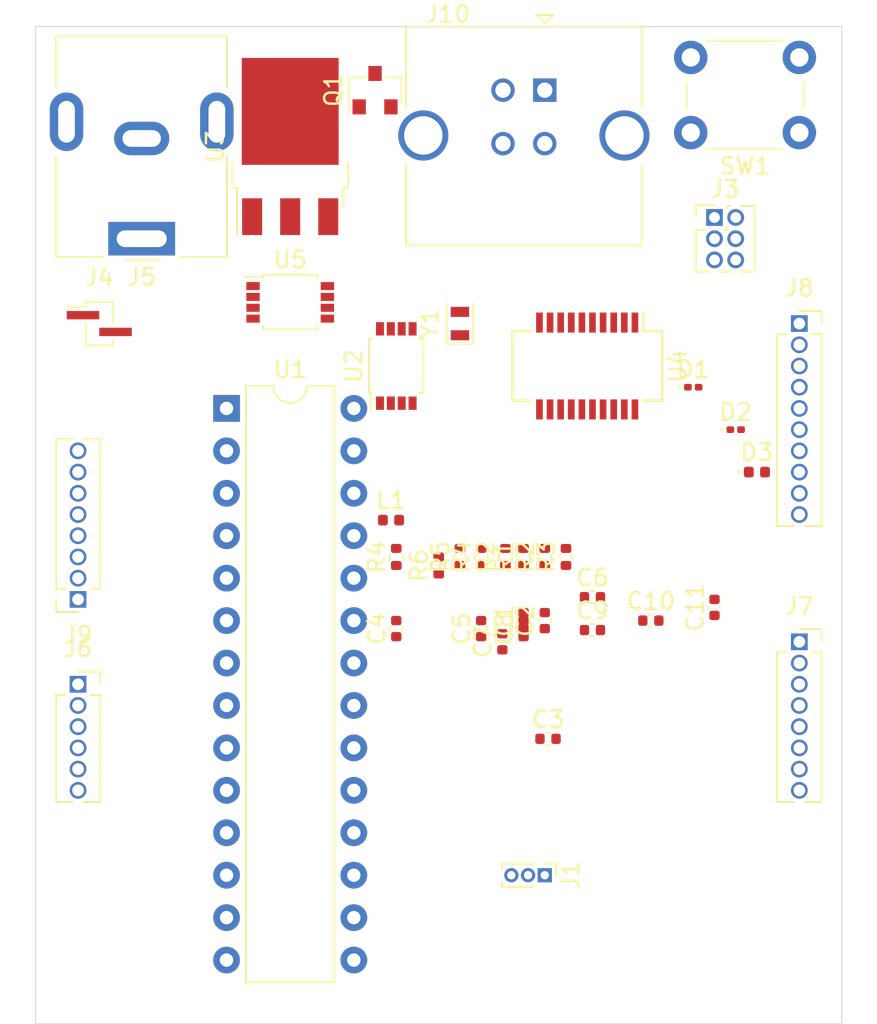
<source format=kicad_pcb>
(kicad_pcb (version 20171130) (host pcbnew 5.99.0+really5.1.10+dfsg1-1)

  (general
    (thickness 1.6)
    (drawings 4)
    (tracks 0)
    (zones 0)
    (modules 40)
    (nets 50)
  )

  (page A4)
  (layers
    (0 F.Cu signal)
    (31 B.Cu signal)
    (32 B.Adhes user)
    (33 F.Adhes user)
    (34 B.Paste user)
    (35 F.Paste user)
    (36 B.SilkS user)
    (37 F.SilkS user)
    (38 B.Mask user)
    (39 F.Mask user)
    (40 Dwgs.User user)
    (41 Cmts.User user)
    (42 Eco1.User user)
    (43 Eco2.User user)
    (44 Edge.Cuts user)
    (45 Margin user)
    (46 B.CrtYd user)
    (47 F.CrtYd user)
    (48 B.Fab user)
    (49 F.Fab user)
  )

  (setup
    (last_trace_width 0.25)
    (trace_clearance 0.2)
    (zone_clearance 0.508)
    (zone_45_only no)
    (trace_min 0.2)
    (via_size 0.8)
    (via_drill 0.4)
    (via_min_size 0.4)
    (via_min_drill 0.3)
    (uvia_size 0.3)
    (uvia_drill 0.1)
    (uvias_allowed no)
    (uvia_min_size 0.2)
    (uvia_min_drill 0.1)
    (edge_width 0.05)
    (segment_width 0.2)
    (pcb_text_width 0.3)
    (pcb_text_size 1.5 1.5)
    (mod_edge_width 0.12)
    (mod_text_size 1 1)
    (mod_text_width 0.15)
    (pad_size 1.524 1.524)
    (pad_drill 0.762)
    (pad_to_mask_clearance 0)
    (aux_axis_origin 0 0)
    (visible_elements FFFFFF7F)
    (pcbplotparams
      (layerselection 0x010fc_ffffffff)
      (usegerberextensions false)
      (usegerberattributes true)
      (usegerberadvancedattributes true)
      (creategerberjobfile true)
      (excludeedgelayer true)
      (linewidth 0.100000)
      (plotframeref false)
      (viasonmask false)
      (mode 1)
      (useauxorigin false)
      (hpglpennumber 1)
      (hpglpenspeed 20)
      (hpglpendiameter 15.000000)
      (psnegative false)
      (psa4output false)
      (plotreference true)
      (plotvalue true)
      (plotinvisibletext false)
      (padsonsilk false)
      (subtractmaskfromsilk false)
      (outputformat 1)
      (mirror false)
      (drillshape 1)
      (scaleselection 1)
      (outputdirectory ""))
  )

  (net 0 "")
  (net 1 GNDREF)
  (net 2 VCC)
  (net 3 Vin)
  (net 4 3.3V)
  (net 5 "Net-(C5-Pad2)")
  (net 6 "Net-(C6-Pad2)")
  (net 7 5V)
  (net 8 "Net-(D1-Pad2)")
  (net 9 "Net-(D2-Pad2)")
  (net 10 "Net-(D3-Pad1)")
  (net 11 "Net-(D3-Pad2)")
  (net 12 5VUSB)
  (net 13 Rx)
  (net 14 Tx)
  (net 15 D12)
  (net 16 D13)
  (net 17 D11)
  (net 18 Reset)
  (net 19 A5)
  (net 20 A4)
  (net 21 A3)
  (net 22 A2)
  (net 23 A1)
  (net 24 A0)
  (net 25 D2)
  (net 26 D3)
  (net 27 D4)
  (net 28 D5)
  (net 29 D6)
  (net 30 D7)
  (net 31 D8)
  (net 32 D9)
  (net 33 D10)
  (net 34 "Net-(J9-Pad8)")
  (net 35 "Net-(R2-Pad1)")
  (net 36 "Net-(C10-Pad2)")
  (net 37 "Net-(J10-Pad5)")
  (net 38 "Net-(J10-Pad1)")
  (net 39 "Net-(U4-Pad3)")
  (net 40 "Net-(U4-Pad6)")
  (net 41 "Net-(U4-Pad9)")
  (net 42 "Net-(U4-Pad10)")
  (net 43 "Net-(U4-Pad11)")
  (net 44 "Net-(U4-Pad12)")
  (net 45 "Net-(U4-Pad13)")
  (net 46 "Net-(U4-Pad14)")
  (net 47 "Net-(Q1-Pad1)")
  (net 48 +5V)
  (net 49 "Net-(U2-Pad1)")

  (net_class Default "This is the default net class."
    (clearance 0.2)
    (trace_width 0.25)
    (via_dia 0.8)
    (via_drill 0.4)
    (uvia_dia 0.3)
    (uvia_drill 0.1)
    (add_net +5V)
    (add_net 3.3V)
    (add_net 5V)
    (add_net 5VUSB)
    (add_net A0)
    (add_net A1)
    (add_net A2)
    (add_net A3)
    (add_net A4)
    (add_net A5)
    (add_net D10)
    (add_net D11)
    (add_net D12)
    (add_net D13)
    (add_net D2)
    (add_net D3)
    (add_net D4)
    (add_net D5)
    (add_net D6)
    (add_net D7)
    (add_net D8)
    (add_net D9)
    (add_net GNDREF)
    (add_net "Net-(C10-Pad2)")
    (add_net "Net-(C5-Pad2)")
    (add_net "Net-(C6-Pad2)")
    (add_net "Net-(D1-Pad2)")
    (add_net "Net-(D2-Pad2)")
    (add_net "Net-(D3-Pad1)")
    (add_net "Net-(D3-Pad2)")
    (add_net "Net-(J10-Pad1)")
    (add_net "Net-(J10-Pad5)")
    (add_net "Net-(J9-Pad8)")
    (add_net "Net-(Q1-Pad1)")
    (add_net "Net-(R2-Pad1)")
    (add_net "Net-(U2-Pad1)")
    (add_net "Net-(U4-Pad10)")
    (add_net "Net-(U4-Pad11)")
    (add_net "Net-(U4-Pad12)")
    (add_net "Net-(U4-Pad13)")
    (add_net "Net-(U4-Pad14)")
    (add_net "Net-(U4-Pad3)")
    (add_net "Net-(U4-Pad6)")
    (add_net "Net-(U4-Pad9)")
    (add_net Reset)
    (add_net Rx)
    (add_net Tx)
    (add_net VCC)
    (add_net Vin)
  )

  (module Capacitor_SMD:C_0402_1005Metric (layer F.Cu) (tedit 5F68FEEE) (tstamp 61A0B521)
    (at 123.19 10.16 90)
    (descr "Capacitor SMD 0402 (1005 Metric), square (rectangular) end terminal, IPC_7351 nominal, (Body size source: IPC-SM-782 page 76, https://www.pcb-3d.com/wordpress/wp-content/uploads/ipc-sm-782a_amendment_1_and_2.pdf), generated with kicad-footprint-generator")
    (tags capacitor)
    (path /61A22029)
    (attr smd)
    (fp_text reference C1 (at 0 -1.16 90) (layer F.SilkS)
      (effects (font (size 1 1) (thickness 0.15)))
    )
    (fp_text value 100nF (at 0 1.16 90) (layer F.Fab)
      (effects (font (size 1 1) (thickness 0.15)))
    )
    (fp_line (start -0.5 0.25) (end -0.5 -0.25) (layer F.Fab) (width 0.1))
    (fp_line (start -0.5 -0.25) (end 0.5 -0.25) (layer F.Fab) (width 0.1))
    (fp_line (start 0.5 -0.25) (end 0.5 0.25) (layer F.Fab) (width 0.1))
    (fp_line (start 0.5 0.25) (end -0.5 0.25) (layer F.Fab) (width 0.1))
    (fp_line (start -0.107836 -0.36) (end 0.107836 -0.36) (layer F.SilkS) (width 0.12))
    (fp_line (start -0.107836 0.36) (end 0.107836 0.36) (layer F.SilkS) (width 0.12))
    (fp_line (start -0.91 0.46) (end -0.91 -0.46) (layer F.CrtYd) (width 0.05))
    (fp_line (start -0.91 -0.46) (end 0.91 -0.46) (layer F.CrtYd) (width 0.05))
    (fp_line (start 0.91 -0.46) (end 0.91 0.46) (layer F.CrtYd) (width 0.05))
    (fp_line (start 0.91 0.46) (end -0.91 0.46) (layer F.CrtYd) (width 0.05))
    (fp_text user %R (at 0 0 90) (layer F.Fab)
      (effects (font (size 0.25 0.25) (thickness 0.04)))
    )
    (pad 1 smd roundrect (at -0.48 0 90) (size 0.56 0.62) (layers F.Cu F.Paste F.Mask) (roundrect_rratio 0.25)
      (net 1 GNDREF))
    (pad 2 smd roundrect (at 0.48 0 90) (size 0.56 0.62) (layers F.Cu F.Paste F.Mask) (roundrect_rratio 0.25)
      (net 2 VCC))
    (model ${KISYS3DMOD}/Capacitor_SMD.3dshapes/C_0402_1005Metric.wrl
      (at (xyz 0 0 0))
      (scale (xyz 1 1 1))
      (rotate (xyz 0 0 0))
    )
  )

  (module Capacitor_SMD:C_0402_1005Metric (layer F.Cu) (tedit 5F68FEEE) (tstamp 61A0B532)
    (at 124.46 10.16 90)
    (descr "Capacitor SMD 0402 (1005 Metric), square (rectangular) end terminal, IPC_7351 nominal, (Body size source: IPC-SM-782 page 76, https://www.pcb-3d.com/wordpress/wp-content/uploads/ipc-sm-782a_amendment_1_and_2.pdf), generated with kicad-footprint-generator")
    (tags capacitor)
    (path /61CAEA9C)
    (attr smd)
    (fp_text reference C2 (at 0 -1.16 90) (layer F.SilkS)
      (effects (font (size 1 1) (thickness 0.15)))
    )
    (fp_text value 100nF (at 0 1.16 90) (layer F.Fab)
      (effects (font (size 1 1) (thickness 0.15)))
    )
    (fp_line (start -0.5 0.25) (end -0.5 -0.25) (layer F.Fab) (width 0.1))
    (fp_line (start -0.5 -0.25) (end 0.5 -0.25) (layer F.Fab) (width 0.1))
    (fp_line (start 0.5 -0.25) (end 0.5 0.25) (layer F.Fab) (width 0.1))
    (fp_line (start 0.5 0.25) (end -0.5 0.25) (layer F.Fab) (width 0.1))
    (fp_line (start -0.107836 -0.36) (end 0.107836 -0.36) (layer F.SilkS) (width 0.12))
    (fp_line (start -0.107836 0.36) (end 0.107836 0.36) (layer F.SilkS) (width 0.12))
    (fp_line (start -0.91 0.46) (end -0.91 -0.46) (layer F.CrtYd) (width 0.05))
    (fp_line (start -0.91 -0.46) (end 0.91 -0.46) (layer F.CrtYd) (width 0.05))
    (fp_line (start 0.91 -0.46) (end 0.91 0.46) (layer F.CrtYd) (width 0.05))
    (fp_line (start 0.91 0.46) (end -0.91 0.46) (layer F.CrtYd) (width 0.05))
    (fp_text user %R (at 0 0 90) (layer F.Fab)
      (effects (font (size 0.25 0.25) (thickness 0.04)))
    )
    (pad 1 smd roundrect (at -0.48 0 90) (size 0.56 0.62) (layers F.Cu F.Paste F.Mask) (roundrect_rratio 0.25)
      (net 1 GNDREF))
    (pad 2 smd roundrect (at 0.48 0 90) (size 0.56 0.62) (layers F.Cu F.Paste F.Mask) (roundrect_rratio 0.25)
      (net 3 Vin))
    (model ${KISYS3DMOD}/Capacitor_SMD.3dshapes/C_0402_1005Metric.wrl
      (at (xyz 0 0 0))
      (scale (xyz 1 1 1))
      (rotate (xyz 0 0 0))
    )
  )

  (module Capacitor_SMD:C_0402_1005Metric (layer F.Cu) (tedit 5F68FEEE) (tstamp 61A0B543)
    (at 124.655001 17.235001)
    (descr "Capacitor SMD 0402 (1005 Metric), square (rectangular) end terminal, IPC_7351 nominal, (Body size source: IPC-SM-782 page 76, https://www.pcb-3d.com/wordpress/wp-content/uploads/ipc-sm-782a_amendment_1_and_2.pdf), generated with kicad-footprint-generator")
    (tags capacitor)
    (path /61A21A84)
    (attr smd)
    (fp_text reference C3 (at 0 -1.16) (layer F.SilkS)
      (effects (font (size 1 1) (thickness 0.15)))
    )
    (fp_text value C_Small (at 0 1.16) (layer F.Fab)
      (effects (font (size 1 1) (thickness 0.15)))
    )
    (fp_line (start -0.5 0.25) (end -0.5 -0.25) (layer F.Fab) (width 0.1))
    (fp_line (start -0.5 -0.25) (end 0.5 -0.25) (layer F.Fab) (width 0.1))
    (fp_line (start 0.5 -0.25) (end 0.5 0.25) (layer F.Fab) (width 0.1))
    (fp_line (start 0.5 0.25) (end -0.5 0.25) (layer F.Fab) (width 0.1))
    (fp_line (start -0.107836 -0.36) (end 0.107836 -0.36) (layer F.SilkS) (width 0.12))
    (fp_line (start -0.107836 0.36) (end 0.107836 0.36) (layer F.SilkS) (width 0.12))
    (fp_line (start -0.91 0.46) (end -0.91 -0.46) (layer F.CrtYd) (width 0.05))
    (fp_line (start -0.91 -0.46) (end 0.91 -0.46) (layer F.CrtYd) (width 0.05))
    (fp_line (start 0.91 -0.46) (end 0.91 0.46) (layer F.CrtYd) (width 0.05))
    (fp_line (start 0.91 0.46) (end -0.91 0.46) (layer F.CrtYd) (width 0.05))
    (fp_text user %R (at 0 0) (layer F.Fab)
      (effects (font (size 0.25 0.25) (thickness 0.04)))
    )
    (pad 1 smd roundrect (at -0.48 0) (size 0.56 0.62) (layers F.Cu F.Paste F.Mask) (roundrect_rratio 0.25)
      (net 1 GNDREF))
    (pad 2 smd roundrect (at 0.48 0) (size 0.56 0.62) (layers F.Cu F.Paste F.Mask) (roundrect_rratio 0.25)
      (net 2 VCC))
    (model ${KISYS3DMOD}/Capacitor_SMD.3dshapes/C_0402_1005Metric.wrl
      (at (xyz 0 0 0))
      (scale (xyz 1 1 1))
      (rotate (xyz 0 0 0))
    )
  )

  (module Capacitor_SMD:C_0402_1005Metric (layer F.Cu) (tedit 5F68FEEE) (tstamp 61A0B554)
    (at 115.57 10.64 90)
    (descr "Capacitor SMD 0402 (1005 Metric), square (rectangular) end terminal, IPC_7351 nominal, (Body size source: IPC-SM-782 page 76, https://www.pcb-3d.com/wordpress/wp-content/uploads/ipc-sm-782a_amendment_1_and_2.pdf), generated with kicad-footprint-generator")
    (tags capacitor)
    (path /61CB2EBD)
    (attr smd)
    (fp_text reference C4 (at 0 -1.16 90) (layer F.SilkS)
      (effects (font (size 1 1) (thickness 0.15)))
    )
    (fp_text value 100uF (at 0 1.16 90) (layer F.Fab)
      (effects (font (size 1 1) (thickness 0.15)))
    )
    (fp_line (start 0.91 0.46) (end -0.91 0.46) (layer F.CrtYd) (width 0.05))
    (fp_line (start 0.91 -0.46) (end 0.91 0.46) (layer F.CrtYd) (width 0.05))
    (fp_line (start -0.91 -0.46) (end 0.91 -0.46) (layer F.CrtYd) (width 0.05))
    (fp_line (start -0.91 0.46) (end -0.91 -0.46) (layer F.CrtYd) (width 0.05))
    (fp_line (start -0.107836 0.36) (end 0.107836 0.36) (layer F.SilkS) (width 0.12))
    (fp_line (start -0.107836 -0.36) (end 0.107836 -0.36) (layer F.SilkS) (width 0.12))
    (fp_line (start 0.5 0.25) (end -0.5 0.25) (layer F.Fab) (width 0.1))
    (fp_line (start 0.5 -0.25) (end 0.5 0.25) (layer F.Fab) (width 0.1))
    (fp_line (start -0.5 -0.25) (end 0.5 -0.25) (layer F.Fab) (width 0.1))
    (fp_line (start -0.5 0.25) (end -0.5 -0.25) (layer F.Fab) (width 0.1))
    (fp_text user %R (at 0 0 90) (layer F.Fab)
      (effects (font (size 0.25 0.25) (thickness 0.04)))
    )
    (pad 2 smd roundrect (at 0.48 0 90) (size 0.56 0.62) (layers F.Cu F.Paste F.Mask) (roundrect_rratio 0.25)
      (net 1 GNDREF))
    (pad 1 smd roundrect (at -0.48 0 90) (size 0.56 0.62) (layers F.Cu F.Paste F.Mask) (roundrect_rratio 0.25)
      (net 4 3.3V))
    (model ${KISYS3DMOD}/Capacitor_SMD.3dshapes/C_0402_1005Metric.wrl
      (at (xyz 0 0 0))
      (scale (xyz 1 1 1))
      (rotate (xyz 0 0 0))
    )
  )

  (module Capacitor_SMD:C_0402_1005Metric (layer F.Cu) (tedit 5F68FEEE) (tstamp 61A0B565)
    (at 120.65 10.64 90)
    (descr "Capacitor SMD 0402 (1005 Metric), square (rectangular) end terminal, IPC_7351 nominal, (Body size source: IPC-SM-782 page 76, https://www.pcb-3d.com/wordpress/wp-content/uploads/ipc-sm-782a_amendment_1_and_2.pdf), generated with kicad-footprint-generator")
    (tags capacitor)
    (path /61A1D165)
    (attr smd)
    (fp_text reference C5 (at 0 -1.16 90) (layer F.SilkS)
      (effects (font (size 1 1) (thickness 0.15)))
    )
    (fp_text value 22pf (at 0 1.16 90) (layer F.Fab)
      (effects (font (size 1 1) (thickness 0.15)))
    )
    (fp_line (start 0.91 0.46) (end -0.91 0.46) (layer F.CrtYd) (width 0.05))
    (fp_line (start 0.91 -0.46) (end 0.91 0.46) (layer F.CrtYd) (width 0.05))
    (fp_line (start -0.91 -0.46) (end 0.91 -0.46) (layer F.CrtYd) (width 0.05))
    (fp_line (start -0.91 0.46) (end -0.91 -0.46) (layer F.CrtYd) (width 0.05))
    (fp_line (start -0.107836 0.36) (end 0.107836 0.36) (layer F.SilkS) (width 0.12))
    (fp_line (start -0.107836 -0.36) (end 0.107836 -0.36) (layer F.SilkS) (width 0.12))
    (fp_line (start 0.5 0.25) (end -0.5 0.25) (layer F.Fab) (width 0.1))
    (fp_line (start 0.5 -0.25) (end 0.5 0.25) (layer F.Fab) (width 0.1))
    (fp_line (start -0.5 -0.25) (end 0.5 -0.25) (layer F.Fab) (width 0.1))
    (fp_line (start -0.5 0.25) (end -0.5 -0.25) (layer F.Fab) (width 0.1))
    (fp_text user %R (at 0 0 90) (layer F.Fab)
      (effects (font (size 0.25 0.25) (thickness 0.04)))
    )
    (pad 2 smd roundrect (at 0.48 0 90) (size 0.56 0.62) (layers F.Cu F.Paste F.Mask) (roundrect_rratio 0.25)
      (net 5 "Net-(C5-Pad2)"))
    (pad 1 smd roundrect (at -0.48 0 90) (size 0.56 0.62) (layers F.Cu F.Paste F.Mask) (roundrect_rratio 0.25)
      (net 1 GNDREF))
    (model ${KISYS3DMOD}/Capacitor_SMD.3dshapes/C_0402_1005Metric.wrl
      (at (xyz 0 0 0))
      (scale (xyz 1 1 1))
      (rotate (xyz 0 0 0))
    )
  )

  (module Capacitor_SMD:C_0402_1005Metric (layer F.Cu) (tedit 5F68FEEE) (tstamp 61A0B576)
    (at 127.315001 8.755001)
    (descr "Capacitor SMD 0402 (1005 Metric), square (rectangular) end terminal, IPC_7351 nominal, (Body size source: IPC-SM-782 page 76, https://www.pcb-3d.com/wordpress/wp-content/uploads/ipc-sm-782a_amendment_1_and_2.pdf), generated with kicad-footprint-generator")
    (tags capacitor)
    (path /61A1D8D1)
    (attr smd)
    (fp_text reference C6 (at 0 -1.16) (layer F.SilkS)
      (effects (font (size 1 1) (thickness 0.15)))
    )
    (fp_text value 22pf (at 0 1.16) (layer F.Fab)
      (effects (font (size 1 1) (thickness 0.15)))
    )
    (fp_line (start -0.5 0.25) (end -0.5 -0.25) (layer F.Fab) (width 0.1))
    (fp_line (start -0.5 -0.25) (end 0.5 -0.25) (layer F.Fab) (width 0.1))
    (fp_line (start 0.5 -0.25) (end 0.5 0.25) (layer F.Fab) (width 0.1))
    (fp_line (start 0.5 0.25) (end -0.5 0.25) (layer F.Fab) (width 0.1))
    (fp_line (start -0.107836 -0.36) (end 0.107836 -0.36) (layer F.SilkS) (width 0.12))
    (fp_line (start -0.107836 0.36) (end 0.107836 0.36) (layer F.SilkS) (width 0.12))
    (fp_line (start -0.91 0.46) (end -0.91 -0.46) (layer F.CrtYd) (width 0.05))
    (fp_line (start -0.91 -0.46) (end 0.91 -0.46) (layer F.CrtYd) (width 0.05))
    (fp_line (start 0.91 -0.46) (end 0.91 0.46) (layer F.CrtYd) (width 0.05))
    (fp_line (start 0.91 0.46) (end -0.91 0.46) (layer F.CrtYd) (width 0.05))
    (fp_text user %R (at 0 0) (layer F.Fab)
      (effects (font (size 0.25 0.25) (thickness 0.04)))
    )
    (pad 1 smd roundrect (at -0.48 0) (size 0.56 0.62) (layers F.Cu F.Paste F.Mask) (roundrect_rratio 0.25)
      (net 1 GNDREF))
    (pad 2 smd roundrect (at 0.48 0) (size 0.56 0.62) (layers F.Cu F.Paste F.Mask) (roundrect_rratio 0.25)
      (net 6 "Net-(C6-Pad2)"))
    (model ${KISYS3DMOD}/Capacitor_SMD.3dshapes/C_0402_1005Metric.wrl
      (at (xyz 0 0 0))
      (scale (xyz 1 1 1))
      (rotate (xyz 0 0 0))
    )
  )

  (module Capacitor_SMD:C_0402_1005Metric (layer F.Cu) (tedit 5F68FEEE) (tstamp 61A0B587)
    (at 121.92 11.43 90)
    (descr "Capacitor SMD 0402 (1005 Metric), square (rectangular) end terminal, IPC_7351 nominal, (Body size source: IPC-SM-782 page 76, https://www.pcb-3d.com/wordpress/wp-content/uploads/ipc-sm-782a_amendment_1_and_2.pdf), generated with kicad-footprint-generator")
    (tags capacitor)
    (path /61E3E5EB)
    (attr smd)
    (fp_text reference C7 (at 0 -1.16 90) (layer F.SilkS)
      (effects (font (size 1 1) (thickness 0.15)))
    )
    (fp_text value 100uF (at 0 1.16 90) (layer F.Fab)
      (effects (font (size 1 1) (thickness 0.15)))
    )
    (fp_line (start 0.91 0.46) (end -0.91 0.46) (layer F.CrtYd) (width 0.05))
    (fp_line (start 0.91 -0.46) (end 0.91 0.46) (layer F.CrtYd) (width 0.05))
    (fp_line (start -0.91 -0.46) (end 0.91 -0.46) (layer F.CrtYd) (width 0.05))
    (fp_line (start -0.91 0.46) (end -0.91 -0.46) (layer F.CrtYd) (width 0.05))
    (fp_line (start -0.107836 0.36) (end 0.107836 0.36) (layer F.SilkS) (width 0.12))
    (fp_line (start -0.107836 -0.36) (end 0.107836 -0.36) (layer F.SilkS) (width 0.12))
    (fp_line (start 0.5 0.25) (end -0.5 0.25) (layer F.Fab) (width 0.1))
    (fp_line (start 0.5 -0.25) (end 0.5 0.25) (layer F.Fab) (width 0.1))
    (fp_line (start -0.5 -0.25) (end 0.5 -0.25) (layer F.Fab) (width 0.1))
    (fp_line (start -0.5 0.25) (end -0.5 -0.25) (layer F.Fab) (width 0.1))
    (fp_text user %R (at 0 0 90) (layer F.Fab)
      (effects (font (size 0.25 0.25) (thickness 0.04)))
    )
    (pad 2 smd roundrect (at 0.48 0 90) (size 0.56 0.62) (layers F.Cu F.Paste F.Mask) (roundrect_rratio 0.25)
      (net 1 GNDREF))
    (pad 1 smd roundrect (at -0.48 0 90) (size 0.56 0.62) (layers F.Cu F.Paste F.Mask) (roundrect_rratio 0.25)
      (net 3 Vin))
    (model ${KISYS3DMOD}/Capacitor_SMD.3dshapes/C_0402_1005Metric.wrl
      (at (xyz 0 0 0))
      (scale (xyz 1 1 1))
      (rotate (xyz 0 0 0))
    )
  )

  (module Capacitor_SMD:C_0402_1005Metric (layer F.Cu) (tedit 5F68FEEE) (tstamp 61A0B598)
    (at 123.19 10.64 90)
    (descr "Capacitor SMD 0402 (1005 Metric), square (rectangular) end terminal, IPC_7351 nominal, (Body size source: IPC-SM-782 page 76, https://www.pcb-3d.com/wordpress/wp-content/uploads/ipc-sm-782a_amendment_1_and_2.pdf), generated with kicad-footprint-generator")
    (tags capacitor)
    (path /61E3EF57)
    (attr smd)
    (fp_text reference C8 (at 0 -1.16 90) (layer F.SilkS)
      (effects (font (size 1 1) (thickness 0.15)))
    )
    (fp_text value 100uF (at 0 1.16 90) (layer F.Fab)
      (effects (font (size 1 1) (thickness 0.15)))
    )
    (fp_line (start -0.5 0.25) (end -0.5 -0.25) (layer F.Fab) (width 0.1))
    (fp_line (start -0.5 -0.25) (end 0.5 -0.25) (layer F.Fab) (width 0.1))
    (fp_line (start 0.5 -0.25) (end 0.5 0.25) (layer F.Fab) (width 0.1))
    (fp_line (start 0.5 0.25) (end -0.5 0.25) (layer F.Fab) (width 0.1))
    (fp_line (start -0.107836 -0.36) (end 0.107836 -0.36) (layer F.SilkS) (width 0.12))
    (fp_line (start -0.107836 0.36) (end 0.107836 0.36) (layer F.SilkS) (width 0.12))
    (fp_line (start -0.91 0.46) (end -0.91 -0.46) (layer F.CrtYd) (width 0.05))
    (fp_line (start -0.91 -0.46) (end 0.91 -0.46) (layer F.CrtYd) (width 0.05))
    (fp_line (start 0.91 -0.46) (end 0.91 0.46) (layer F.CrtYd) (width 0.05))
    (fp_line (start 0.91 0.46) (end -0.91 0.46) (layer F.CrtYd) (width 0.05))
    (fp_text user %R (at 0 0 90) (layer F.Fab)
      (effects (font (size 0.25 0.25) (thickness 0.04)))
    )
    (pad 1 smd roundrect (at -0.48 0 90) (size 0.56 0.62) (layers F.Cu F.Paste F.Mask) (roundrect_rratio 0.25)
      (net 7 5V))
    (pad 2 smd roundrect (at 0.48 0 90) (size 0.56 0.62) (layers F.Cu F.Paste F.Mask) (roundrect_rratio 0.25)
      (net 1 GNDREF))
    (model ${KISYS3DMOD}/Capacitor_SMD.3dshapes/C_0402_1005Metric.wrl
      (at (xyz 0 0 0))
      (scale (xyz 1 1 1))
      (rotate (xyz 0 0 0))
    )
  )

  (module Capacitor_SMD:C_0402_1005Metric (layer F.Cu) (tedit 5F68FEEE) (tstamp 61A0B5A9)
    (at 127.315001 10.725001)
    (descr "Capacitor SMD 0402 (1005 Metric), square (rectangular) end terminal, IPC_7351 nominal, (Body size source: IPC-SM-782 page 76, https://www.pcb-3d.com/wordpress/wp-content/uploads/ipc-sm-782a_amendment_1_and_2.pdf), generated with kicad-footprint-generator")
    (tags capacitor)
    (path /61A8B103)
    (attr smd)
    (fp_text reference C9 (at 0 -1.16) (layer F.SilkS)
      (effects (font (size 1 1) (thickness 0.15)))
    )
    (fp_text value 100nF (at 0 1.16) (layer F.Fab)
      (effects (font (size 1 1) (thickness 0.15)))
    )
    (fp_line (start 0.91 0.46) (end -0.91 0.46) (layer F.CrtYd) (width 0.05))
    (fp_line (start 0.91 -0.46) (end 0.91 0.46) (layer F.CrtYd) (width 0.05))
    (fp_line (start -0.91 -0.46) (end 0.91 -0.46) (layer F.CrtYd) (width 0.05))
    (fp_line (start -0.91 0.46) (end -0.91 -0.46) (layer F.CrtYd) (width 0.05))
    (fp_line (start -0.107836 0.36) (end 0.107836 0.36) (layer F.SilkS) (width 0.12))
    (fp_line (start -0.107836 -0.36) (end 0.107836 -0.36) (layer F.SilkS) (width 0.12))
    (fp_line (start 0.5 0.25) (end -0.5 0.25) (layer F.Fab) (width 0.1))
    (fp_line (start 0.5 -0.25) (end 0.5 0.25) (layer F.Fab) (width 0.1))
    (fp_line (start -0.5 -0.25) (end 0.5 -0.25) (layer F.Fab) (width 0.1))
    (fp_line (start -0.5 0.25) (end -0.5 -0.25) (layer F.Fab) (width 0.1))
    (fp_text user %R (at 0 0) (layer F.Fab)
      (effects (font (size 0.25 0.25) (thickness 0.04)))
    )
    (pad 2 smd roundrect (at 0.48 0) (size 0.56 0.62) (layers F.Cu F.Paste F.Mask) (roundrect_rratio 0.25)
      (net 1 GNDREF))
    (pad 1 smd roundrect (at -0.48 0) (size 0.56 0.62) (layers F.Cu F.Paste F.Mask) (roundrect_rratio 0.25)
      (net 7 5V))
    (model ${KISYS3DMOD}/Capacitor_SMD.3dshapes/C_0402_1005Metric.wrl
      (at (xyz 0 0 0))
      (scale (xyz 1 1 1))
      (rotate (xyz 0 0 0))
    )
  )

  (module LED_SMD:LED_0201_0603Metric (layer F.Cu) (tedit 5F68FEF1) (tstamp 61A0B5BD)
    (at 133.35 -3.81)
    (descr "LED SMD 0201 (0603 Metric), square (rectangular) end terminal, IPC_7351 nominal, (Body size source: https://www.vishay.com/docs/20052/crcw0201e3.pdf), generated with kicad-footprint-generator")
    (tags LED)
    (path /61D4FC40)
    (attr smd)
    (fp_text reference D1 (at 0 -1.05) (layer F.SilkS)
      (effects (font (size 1 1) (thickness 0.15)))
    )
    (fp_text value LED (at 0 1.05) (layer F.Fab)
      (effects (font (size 1 1) (thickness 0.15)))
    )
    (fp_circle (center -0.86 0) (end -0.81 0) (layer F.SilkS) (width 0.1))
    (fp_line (start -0.3 0.15) (end -0.3 -0.15) (layer F.Fab) (width 0.1))
    (fp_line (start -0.3 -0.15) (end 0.3 -0.15) (layer F.Fab) (width 0.1))
    (fp_line (start 0.3 -0.15) (end 0.3 0.15) (layer F.Fab) (width 0.1))
    (fp_line (start 0.3 0.15) (end -0.3 0.15) (layer F.Fab) (width 0.1))
    (fp_line (start -0.2 0.15) (end -0.2 -0.15) (layer F.Fab) (width 0.1))
    (fp_line (start -0.1 0.15) (end -0.1 -0.15) (layer F.Fab) (width 0.1))
    (fp_line (start -0.7 0.35) (end -0.7 -0.35) (layer F.CrtYd) (width 0.05))
    (fp_line (start -0.7 -0.35) (end 0.7 -0.35) (layer F.CrtYd) (width 0.05))
    (fp_line (start 0.7 -0.35) (end 0.7 0.35) (layer F.CrtYd) (width 0.05))
    (fp_line (start 0.7 0.35) (end -0.7 0.35) (layer F.CrtYd) (width 0.05))
    (fp_text user %R (at 0 -0.68) (layer F.Fab)
      (effects (font (size 0.25 0.25) (thickness 0.04)))
    )
    (pad "" smd roundrect (at -0.345 0) (size 0.318 0.36) (layers F.Paste) (roundrect_rratio 0.25))
    (pad "" smd roundrect (at 0.345 0) (size 0.318 0.36) (layers F.Paste) (roundrect_rratio 0.25))
    (pad 1 smd roundrect (at -0.32 0) (size 0.46 0.4) (layers F.Cu F.Mask) (roundrect_rratio 0.25)
      (net 1 GNDREF))
    (pad 2 smd roundrect (at 0.32 0) (size 0.46 0.4) (layers F.Cu F.Mask) (roundrect_rratio 0.25)
      (net 8 "Net-(D1-Pad2)"))
    (model ${KISYS3DMOD}/LED_SMD.3dshapes/LED_0201_0603Metric.wrl
      (at (xyz 0 0 0))
      (scale (xyz 1 1 1))
      (rotate (xyz 0 0 0))
    )
  )

  (module LED_SMD:LED_0201_0603Metric (layer F.Cu) (tedit 5F68FEF1) (tstamp 61A0B5D1)
    (at 135.89 -1.27)
    (descr "LED SMD 0201 (0603 Metric), square (rectangular) end terminal, IPC_7351 nominal, (Body size source: https://www.vishay.com/docs/20052/crcw0201e3.pdf), generated with kicad-footprint-generator")
    (tags LED)
    (path /61D521F5)
    (attr smd)
    (fp_text reference D2 (at 0 -1.05) (layer F.SilkS)
      (effects (font (size 1 1) (thickness 0.15)))
    )
    (fp_text value LED (at 0 1.05) (layer F.Fab)
      (effects (font (size 1 1) (thickness 0.15)))
    )
    (fp_line (start 0.7 0.35) (end -0.7 0.35) (layer F.CrtYd) (width 0.05))
    (fp_line (start 0.7 -0.35) (end 0.7 0.35) (layer F.CrtYd) (width 0.05))
    (fp_line (start -0.7 -0.35) (end 0.7 -0.35) (layer F.CrtYd) (width 0.05))
    (fp_line (start -0.7 0.35) (end -0.7 -0.35) (layer F.CrtYd) (width 0.05))
    (fp_line (start -0.1 0.15) (end -0.1 -0.15) (layer F.Fab) (width 0.1))
    (fp_line (start -0.2 0.15) (end -0.2 -0.15) (layer F.Fab) (width 0.1))
    (fp_line (start 0.3 0.15) (end -0.3 0.15) (layer F.Fab) (width 0.1))
    (fp_line (start 0.3 -0.15) (end 0.3 0.15) (layer F.Fab) (width 0.1))
    (fp_line (start -0.3 -0.15) (end 0.3 -0.15) (layer F.Fab) (width 0.1))
    (fp_line (start -0.3 0.15) (end -0.3 -0.15) (layer F.Fab) (width 0.1))
    (fp_circle (center -0.86 0) (end -0.81 0) (layer F.SilkS) (width 0.1))
    (fp_text user %R (at 0 -0.68) (layer F.Fab)
      (effects (font (size 0.25 0.25) (thickness 0.04)))
    )
    (pad 2 smd roundrect (at 0.32 0) (size 0.46 0.4) (layers F.Cu F.Mask) (roundrect_rratio 0.25)
      (net 9 "Net-(D2-Pad2)"))
    (pad 1 smd roundrect (at -0.32 0) (size 0.46 0.4) (layers F.Cu F.Mask) (roundrect_rratio 0.25)
      (net 1 GNDREF))
    (pad "" smd roundrect (at 0.345 0) (size 0.318 0.36) (layers F.Paste) (roundrect_rratio 0.25))
    (pad "" smd roundrect (at -0.345 0) (size 0.318 0.36) (layers F.Paste) (roundrect_rratio 0.25))
    (model ${KISYS3DMOD}/LED_SMD.3dshapes/LED_0201_0603Metric.wrl
      (at (xyz 0 0 0))
      (scale (xyz 1 1 1))
      (rotate (xyz 0 0 0))
    )
  )

  (module Diode_SMD:D_0402_1005Metric (layer F.Cu) (tedit 5F68FEF0) (tstamp 61A0B5E3)
    (at 137.16 1.27)
    (descr "Diode SMD 0402 (1005 Metric), square (rectangular) end terminal, IPC_7351 nominal, (Body size source: http://www.tortai-tech.com/upload/download/2011102023233369053.pdf), generated with kicad-footprint-generator")
    (tags diode)
    (path /61A8228E)
    (attr smd)
    (fp_text reference D3 (at 0 -1.17) (layer F.SilkS)
      (effects (font (size 1 1) (thickness 0.15)))
    )
    (fp_text value D (at 0 1.17) (layer F.Fab)
      (effects (font (size 1 1) (thickness 0.15)))
    )
    (fp_circle (center -1.09 0) (end -1.04 0) (layer F.SilkS) (width 0.1))
    (fp_line (start -0.5 0.25) (end -0.5 -0.25) (layer F.Fab) (width 0.1))
    (fp_line (start -0.5 -0.25) (end 0.5 -0.25) (layer F.Fab) (width 0.1))
    (fp_line (start 0.5 -0.25) (end 0.5 0.25) (layer F.Fab) (width 0.1))
    (fp_line (start 0.5 0.25) (end -0.5 0.25) (layer F.Fab) (width 0.1))
    (fp_line (start -0.4 0.25) (end -0.4 -0.25) (layer F.Fab) (width 0.1))
    (fp_line (start -0.3 0.25) (end -0.3 -0.25) (layer F.Fab) (width 0.1))
    (fp_line (start -0.93 0.47) (end -0.93 -0.47) (layer F.CrtYd) (width 0.05))
    (fp_line (start -0.93 -0.47) (end 0.93 -0.47) (layer F.CrtYd) (width 0.05))
    (fp_line (start 0.93 -0.47) (end 0.93 0.47) (layer F.CrtYd) (width 0.05))
    (fp_line (start 0.93 0.47) (end -0.93 0.47) (layer F.CrtYd) (width 0.05))
    (fp_text user %R (at 0 0) (layer F.Fab)
      (effects (font (size 0.25 0.25) (thickness 0.04)))
    )
    (pad 1 smd roundrect (at -0.485 0) (size 0.59 0.64) (layers F.Cu F.Paste F.Mask) (roundrect_rratio 0.25)
      (net 10 "Net-(D3-Pad1)"))
    (pad 2 smd roundrect (at 0.485 0) (size 0.59 0.64) (layers F.Cu F.Paste F.Mask) (roundrect_rratio 0.25)
      (net 11 "Net-(D3-Pad2)"))
    (model ${KISYS3DMOD}/Diode_SMD.3dshapes/D_0402_1005Metric.wrl
      (at (xyz 0 0 0))
      (scale (xyz 1 1 1))
      (rotate (xyz 0 0 0))
    )
  )

  (module Connector_PinHeader_1.00mm:PinHeader_1x03_P1.00mm_Vertical (layer F.Cu) (tedit 59FED738) (tstamp 61A0B5FC)
    (at 124.46 25.4 270)
    (descr "Through hole straight pin header, 1x03, 1.00mm pitch, single row")
    (tags "Through hole pin header THT 1x03 1.00mm single row")
    (path /61D1D09A)
    (fp_text reference J1 (at 0 -1.56 90) (layer F.SilkS)
      (effects (font (size 1 1) (thickness 0.15)))
    )
    (fp_text value Conn_01x03 (at 0 3.56 90) (layer F.Fab)
      (effects (font (size 1 1) (thickness 0.15)))
    )
    (fp_line (start -0.3175 -0.5) (end 0.635 -0.5) (layer F.Fab) (width 0.1))
    (fp_line (start 0.635 -0.5) (end 0.635 2.5) (layer F.Fab) (width 0.1))
    (fp_line (start 0.635 2.5) (end -0.635 2.5) (layer F.Fab) (width 0.1))
    (fp_line (start -0.635 2.5) (end -0.635 -0.1825) (layer F.Fab) (width 0.1))
    (fp_line (start -0.635 -0.1825) (end -0.3175 -0.5) (layer F.Fab) (width 0.1))
    (fp_line (start -0.695 2.56) (end -0.394493 2.56) (layer F.SilkS) (width 0.12))
    (fp_line (start 0.394493 2.56) (end 0.695 2.56) (layer F.SilkS) (width 0.12))
    (fp_line (start -0.695 0.685) (end -0.695 2.56) (layer F.SilkS) (width 0.12))
    (fp_line (start 0.695 0.685) (end 0.695 2.56) (layer F.SilkS) (width 0.12))
    (fp_line (start -0.695 0.685) (end -0.608276 0.685) (layer F.SilkS) (width 0.12))
    (fp_line (start 0.608276 0.685) (end 0.695 0.685) (layer F.SilkS) (width 0.12))
    (fp_line (start -0.695 0) (end -0.695 -0.685) (layer F.SilkS) (width 0.12))
    (fp_line (start -0.695 -0.685) (end 0 -0.685) (layer F.SilkS) (width 0.12))
    (fp_line (start -1.15 -1) (end -1.15 3) (layer F.CrtYd) (width 0.05))
    (fp_line (start -1.15 3) (end 1.15 3) (layer F.CrtYd) (width 0.05))
    (fp_line (start 1.15 3) (end 1.15 -1) (layer F.CrtYd) (width 0.05))
    (fp_line (start 1.15 -1) (end -1.15 -1) (layer F.CrtYd) (width 0.05))
    (fp_text user %R (at 0 1) (layer F.Fab)
      (effects (font (size 0.76 0.76) (thickness 0.114)))
    )
    (pad 1 thru_hole rect (at 0 0 270) (size 0.85 0.85) (drill 0.5) (layers *.Cu *.Mask)
      (net 7 5V))
    (pad 2 thru_hole oval (at 0 1 270) (size 0.85 0.85) (drill 0.5) (layers *.Cu *.Mask)
      (net 2 VCC))
    (pad 3 thru_hole oval (at 0 2 270) (size 0.85 0.85) (drill 0.5) (layers *.Cu *.Mask)
      (net 12 5VUSB))
    (model ${KISYS3DMOD}/Connector_PinHeader_1.00mm.3dshapes/PinHeader_1x03_P1.00mm_Vertical.wrl
      (at (xyz 0 0 0))
      (scale (xyz 1 1 1))
      (rotate (xyz 0 0 0))
    )
  )

  (module Connector_PinSocket_1.00mm:PinSocket_1x02_P1.00mm_Vertical_SMD_Pin1Left (layer F.Cu) (tedit 5A19A41F) (tstamp 61A0B662)
    (at 97.79 -7.62)
    (descr "surface-mounted straight socket strip, 1x02, 1.00mm pitch, single row, style 1 (pin 1 left) (https://gct.co/files/drawings/bc070.pdf), script generated")
    (tags "Surface mounted socket strip SMD 1x02 1.00mm single row style1 pin1 left")
    (path /61AC73A2)
    (attr smd)
    (fp_text reference J4 (at 0 -2.75) (layer F.SilkS)
      (effects (font (size 1 1) (thickness 0.15)))
    )
    (fp_text value Conn_01x02 (at 0 2.75) (layer F.Fab)
      (effects (font (size 1 1) (thickness 0.15)))
    )
    (fp_line (start -0.81 -1.31) (end 0.81 -1.31) (layer F.SilkS) (width 0.12))
    (fp_line (start 0.81 -1.31) (end 0.81 -0.01) (layer F.SilkS) (width 0.12))
    (fp_line (start 0.81 1.01) (end 0.81 1.31) (layer F.SilkS) (width 0.12))
    (fp_line (start -0.81 1.31) (end 0.81 1.31) (layer F.SilkS) (width 0.12))
    (fp_line (start -0.81 -1.31) (end -0.81 -1.01) (layer F.SilkS) (width 0.12))
    (fp_line (start -0.81 0.01) (end -0.81 1.31) (layer F.SilkS) (width 0.12))
    (fp_line (start -1.89 -1.01) (end -0.81 -1.01) (layer F.SilkS) (width 0.12))
    (fp_line (start -0.375 -1.25) (end 0.75 -1.25) (layer F.Fab) (width 0.1))
    (fp_line (start 0.75 -1.25) (end 0.75 1.25) (layer F.Fab) (width 0.1))
    (fp_line (start 0.75 1.25) (end -0.75 1.25) (layer F.Fab) (width 0.1))
    (fp_line (start -0.75 1.25) (end -0.75 -0.875) (layer F.Fab) (width 0.1))
    (fp_line (start -0.75 -0.875) (end -0.375 -1.25) (layer F.Fab) (width 0.1))
    (fp_line (start -1.45 -0.65) (end -0.75 -0.65) (layer F.Fab) (width 0.1))
    (fp_line (start -0.75 -0.35) (end -1.45 -0.35) (layer F.Fab) (width 0.1))
    (fp_line (start -1.45 -0.35) (end -1.45 -0.65) (layer F.Fab) (width 0.1))
    (fp_line (start 0.75 0.35) (end 1.45 0.35) (layer F.Fab) (width 0.1))
    (fp_line (start 1.45 0.35) (end 1.45 0.65) (layer F.Fab) (width 0.1))
    (fp_line (start 1.45 0.65) (end 0.75 0.65) (layer F.Fab) (width 0.1))
    (fp_line (start -2.45 -1.75) (end 2.45 -1.75) (layer F.CrtYd) (width 0.05))
    (fp_line (start 2.45 -1.75) (end 2.45 1.75) (layer F.CrtYd) (width 0.05))
    (fp_line (start 2.45 1.75) (end -2.45 1.75) (layer F.CrtYd) (width 0.05))
    (fp_line (start -2.45 1.75) (end -2.45 -1.75) (layer F.CrtYd) (width 0.05))
    (fp_text user %R (at 0 0 90) (layer F.Fab)
      (effects (font (size 0.9 0.9) (thickness 0.14)))
    )
    (pad 1 smd rect (at -0.975 -0.5) (size 1.95 0.5) (layers F.Cu F.Paste F.Mask)
      (net 1 GNDREF))
    (pad 2 smd rect (at 0.975 0.5) (size 1.95 0.5) (layers F.Cu F.Paste F.Mask)
      (net 10 "Net-(D3-Pad1)"))
    (model ${KISYS3DMOD}/Connector_PinSocket_1.00mm.3dshapes/PinSocket_1x02_P1.00mm_Vertical_SMD_Pin1Left.wrl
      (at (xyz 0 0 0))
      (scale (xyz 1 1 1))
      (rotate (xyz 0 0 0))
    )
  )

  (module Connector_BarrelJack:BarrelJack_CUI_PJ-063AH_Horizontal (layer F.Cu) (tedit 5B0886BD) (tstamp 61A0B67F)
    (at 100.33 -12.7 180)
    (descr "Barrel Jack, 2.0mm ID, 5.5mm OD, 24V, 8A, no switch, https://www.cui.com/product/resource/pj-063ah.pdf")
    (tags "barrel jack cui dc power")
    (path /61A80B0F)
    (fp_text reference J5 (at 0 -2.3) (layer F.SilkS)
      (effects (font (size 1 1) (thickness 0.15)))
    )
    (fp_text value Barrel_Jack_Switch (at 0 13) (layer F.Fab)
      (effects (font (size 1 1) (thickness 0.15)))
    )
    (fp_line (start -5 -1) (end -1 -1) (layer F.Fab) (width 0.1))
    (fp_line (start -1 -1) (end 0 0) (layer F.Fab) (width 0.1))
    (fp_line (start 0 0) (end 1 -1) (layer F.Fab) (width 0.1))
    (fp_line (start 1 -1) (end 5 -1) (layer F.Fab) (width 0.1))
    (fp_line (start 5 -1) (end 5 12) (layer F.Fab) (width 0.1))
    (fp_line (start 5 12) (end -5 12) (layer F.Fab) (width 0.1))
    (fp_line (start -5 12) (end -5 -1) (layer F.Fab) (width 0.1))
    (fp_line (start -5.11 4.95) (end -5.11 -1.11) (layer F.SilkS) (width 0.12))
    (fp_line (start -5.11 -1.11) (end -2.3 -1.11) (layer F.SilkS) (width 0.12))
    (fp_line (start 2.3 -1.11) (end 5.11 -1.11) (layer F.SilkS) (width 0.12))
    (fp_line (start 5.11 -1.11) (end 5.11 4.95) (layer F.SilkS) (width 0.12))
    (fp_line (start 5.11 9.05) (end 5.11 12.11) (layer F.SilkS) (width 0.12))
    (fp_line (start 5.11 12.11) (end -5.11 12.11) (layer F.SilkS) (width 0.12))
    (fp_line (start -5.11 12.11) (end -5.11 9.05) (layer F.SilkS) (width 0.12))
    (fp_line (start -1 -1.3) (end 1 -1.3) (layer F.SilkS) (width 0.12))
    (fp_line (start -6 -1.5) (end -6 12.5) (layer F.CrtYd) (width 0.05))
    (fp_line (start -6 12.5) (end 6 12.5) (layer F.CrtYd) (width 0.05))
    (fp_line (start 6 12.5) (end 6 -1.5) (layer F.CrtYd) (width 0.05))
    (fp_line (start 6 -1.5) (end -6 -1.5) (layer F.CrtYd) (width 0.05))
    (fp_text user %R (at 0 5.5) (layer F.Fab)
      (effects (font (size 1 1) (thickness 0.15)))
    )
    (pad 1 thru_hole rect (at 0 0 180) (size 4 2) (drill oval 3 1) (layers *.Cu *.Mask)
      (net 11 "Net-(D3-Pad2)"))
    (pad 2 thru_hole oval (at 0 6 180) (size 3.3 2) (drill oval 2.3 1) (layers *.Cu *.Mask)
      (net 1 GNDREF))
    (pad MP thru_hole oval (at -4.5 7 180) (size 2 3.5) (drill oval 1 2.5) (layers *.Cu *.Mask))
    (pad MP thru_hole oval (at 4.5 7 180) (size 2 3.5) (drill oval 1 2.5) (layers *.Cu *.Mask))
    (pad "" np_thru_hole circle (at 0 9 180) (size 1.6 1.6) (drill 1.6) (layers *.Cu *.Mask))
    (model ${KISYS3DMOD}/Connector_BarrelJack.3dshapes/BarrelJack_CUI_PJ-063AH_Horizontal.wrl
      (at (xyz 0 0 0))
      (scale (xyz 1 1 1))
      (rotate (xyz 0 0 0))
    )
  )

  (module Connector_PinSocket_1.27mm:PinSocket_1x06_P1.27mm_Vertical (layer F.Cu) (tedit 5A19A420) (tstamp 61A0B69B)
    (at 96.52 13.97)
    (descr "Through hole straight socket strip, 1x06, 1.27mm pitch, single row (from Kicad 4.0.7), script generated")
    (tags "Through hole socket strip THT 1x06 1.27mm single row")
    (path /61AED140)
    (fp_text reference J6 (at 0 -2.135) (layer F.SilkS)
      (effects (font (size 1 1) (thickness 0.15)))
    )
    (fp_text value Conn_01x06 (at 0 8.485) (layer F.Fab)
      (effects (font (size 1 1) (thickness 0.15)))
    )
    (fp_line (start -1.27 -0.635) (end 0.635 -0.635) (layer F.Fab) (width 0.1))
    (fp_line (start 0.635 -0.635) (end 1.27 0) (layer F.Fab) (width 0.1))
    (fp_line (start 1.27 0) (end 1.27 6.985) (layer F.Fab) (width 0.1))
    (fp_line (start 1.27 6.985) (end -1.27 6.985) (layer F.Fab) (width 0.1))
    (fp_line (start -1.27 6.985) (end -1.27 -0.635) (layer F.Fab) (width 0.1))
    (fp_line (start -1.33 0.635) (end -0.76 0.635) (layer F.SilkS) (width 0.12))
    (fp_line (start 0.76 0.635) (end 1.33 0.635) (layer F.SilkS) (width 0.12))
    (fp_line (start -1.33 0.635) (end -1.33 7.045) (layer F.SilkS) (width 0.12))
    (fp_line (start -1.33 7.045) (end -0.30753 7.045) (layer F.SilkS) (width 0.12))
    (fp_line (start 0.30753 7.045) (end 1.33 7.045) (layer F.SilkS) (width 0.12))
    (fp_line (start 1.33 0.635) (end 1.33 7.045) (layer F.SilkS) (width 0.12))
    (fp_line (start 1.33 -0.76) (end 1.33 0) (layer F.SilkS) (width 0.12))
    (fp_line (start 0 -0.76) (end 1.33 -0.76) (layer F.SilkS) (width 0.12))
    (fp_line (start -1.8 -1.15) (end 1.75 -1.15) (layer F.CrtYd) (width 0.05))
    (fp_line (start 1.75 -1.15) (end 1.75 7.5) (layer F.CrtYd) (width 0.05))
    (fp_line (start 1.75 7.5) (end -1.8 7.5) (layer F.CrtYd) (width 0.05))
    (fp_line (start -1.8 7.5) (end -1.8 -1.15) (layer F.CrtYd) (width 0.05))
    (fp_text user %R (at 0 3.175 90) (layer F.Fab)
      (effects (font (size 1 1) (thickness 0.15)))
    )
    (pad 1 thru_hole rect (at 0 0) (size 1 1) (drill 0.7) (layers *.Cu *.Mask)
      (net 19 A5))
    (pad 2 thru_hole oval (at 0 1.27) (size 1 1) (drill 0.7) (layers *.Cu *.Mask)
      (net 20 A4))
    (pad 3 thru_hole oval (at 0 2.54) (size 1 1) (drill 0.7) (layers *.Cu *.Mask)
      (net 21 A3))
    (pad 4 thru_hole oval (at 0 3.81) (size 1 1) (drill 0.7) (layers *.Cu *.Mask)
      (net 22 A2))
    (pad 5 thru_hole oval (at 0 5.08) (size 1 1) (drill 0.7) (layers *.Cu *.Mask)
      (net 23 A1))
    (pad 6 thru_hole oval (at 0 6.35) (size 1 1) (drill 0.7) (layers *.Cu *.Mask)
      (net 24 A0))
    (model ${KISYS3DMOD}/Connector_PinSocket_1.27mm.3dshapes/PinSocket_1x06_P1.27mm_Vertical.wrl
      (at (xyz 0 0 0))
      (scale (xyz 1 1 1))
      (rotate (xyz 0 0 0))
    )
  )

  (module Connector_PinSocket_1.27mm:PinSocket_1x08_P1.27mm_Vertical (layer F.Cu) (tedit 5A19A42F) (tstamp 61A0B6B9)
    (at 139.7 11.43)
    (descr "Through hole straight socket strip, 1x08, 1.27mm pitch, single row (from Kicad 4.0.7), script generated")
    (tags "Through hole socket strip THT 1x08 1.27mm single row")
    (path /61B2561E)
    (fp_text reference J7 (at 0 -2.135) (layer F.SilkS)
      (effects (font (size 1 1) (thickness 0.15)))
    )
    (fp_text value Conn_01x08 (at 0 11.025) (layer F.Fab)
      (effects (font (size 1 1) (thickness 0.15)))
    )
    (fp_line (start -1.27 -0.635) (end 0.635 -0.635) (layer F.Fab) (width 0.1))
    (fp_line (start 0.635 -0.635) (end 1.27 0) (layer F.Fab) (width 0.1))
    (fp_line (start 1.27 0) (end 1.27 9.525) (layer F.Fab) (width 0.1))
    (fp_line (start 1.27 9.525) (end -1.27 9.525) (layer F.Fab) (width 0.1))
    (fp_line (start -1.27 9.525) (end -1.27 -0.635) (layer F.Fab) (width 0.1))
    (fp_line (start -1.33 0.635) (end -0.76 0.635) (layer F.SilkS) (width 0.12))
    (fp_line (start 0.76 0.635) (end 1.33 0.635) (layer F.SilkS) (width 0.12))
    (fp_line (start -1.33 0.635) (end -1.33 9.585) (layer F.SilkS) (width 0.12))
    (fp_line (start -1.33 9.585) (end -0.30753 9.585) (layer F.SilkS) (width 0.12))
    (fp_line (start 0.30753 9.585) (end 1.33 9.585) (layer F.SilkS) (width 0.12))
    (fp_line (start 1.33 0.635) (end 1.33 9.585) (layer F.SilkS) (width 0.12))
    (fp_line (start 1.33 -0.76) (end 1.33 0) (layer F.SilkS) (width 0.12))
    (fp_line (start 0 -0.76) (end 1.33 -0.76) (layer F.SilkS) (width 0.12))
    (fp_line (start -1.8 -1.15) (end 1.75 -1.15) (layer F.CrtYd) (width 0.05))
    (fp_line (start 1.75 -1.15) (end 1.75 10.05) (layer F.CrtYd) (width 0.05))
    (fp_line (start 1.75 10.05) (end -1.8 10.05) (layer F.CrtYd) (width 0.05))
    (fp_line (start -1.8 10.05) (end -1.8 -1.15) (layer F.CrtYd) (width 0.05))
    (fp_text user %R (at 0 4.445 90) (layer F.Fab)
      (effects (font (size 1 1) (thickness 0.15)))
    )
    (pad 1 thru_hole rect (at 0 0) (size 1 1) (drill 0.7) (layers *.Cu *.Mask)
      (net 13 Rx))
    (pad 2 thru_hole oval (at 0 1.27) (size 1 1) (drill 0.7) (layers *.Cu *.Mask)
      (net 14 Tx))
    (pad 3 thru_hole oval (at 0 2.54) (size 1 1) (drill 0.7) (layers *.Cu *.Mask)
      (net 25 D2))
    (pad 4 thru_hole oval (at 0 3.81) (size 1 1) (drill 0.7) (layers *.Cu *.Mask)
      (net 26 D3))
    (pad 5 thru_hole oval (at 0 5.08) (size 1 1) (drill 0.7) (layers *.Cu *.Mask)
      (net 27 D4))
    (pad 6 thru_hole oval (at 0 6.35) (size 1 1) (drill 0.7) (layers *.Cu *.Mask)
      (net 28 D5))
    (pad 7 thru_hole oval (at 0 7.62) (size 1 1) (drill 0.7) (layers *.Cu *.Mask)
      (net 29 D6))
    (pad 8 thru_hole oval (at 0 8.89) (size 1 1) (drill 0.7) (layers *.Cu *.Mask)
      (net 30 D7))
    (model ${KISYS3DMOD}/Connector_PinSocket_1.27mm.3dshapes/PinSocket_1x08_P1.27mm_Vertical.wrl
      (at (xyz 0 0 0))
      (scale (xyz 1 1 1))
      (rotate (xyz 0 0 0))
    )
  )

  (module Connector_PinSocket_1.27mm:PinSocket_1x10_P1.27mm_Vertical (layer F.Cu) (tedit 5A19A428) (tstamp 61A0B6D9)
    (at 139.7 -7.62)
    (descr "Through hole straight socket strip, 1x10, 1.27mm pitch, single row (from Kicad 4.0.7), script generated")
    (tags "Through hole socket strip THT 1x10 1.27mm single row")
    (path /61B30198)
    (fp_text reference J8 (at 0 -2.135) (layer F.SilkS)
      (effects (font (size 1 1) (thickness 0.15)))
    )
    (fp_text value Conn_01x10 (at 0 13.565) (layer F.Fab)
      (effects (font (size 1 1) (thickness 0.15)))
    )
    (fp_line (start -1.27 -0.635) (end 0.635 -0.635) (layer F.Fab) (width 0.1))
    (fp_line (start 0.635 -0.635) (end 1.27 0) (layer F.Fab) (width 0.1))
    (fp_line (start 1.27 0) (end 1.27 12.065) (layer F.Fab) (width 0.1))
    (fp_line (start 1.27 12.065) (end -1.27 12.065) (layer F.Fab) (width 0.1))
    (fp_line (start -1.27 12.065) (end -1.27 -0.635) (layer F.Fab) (width 0.1))
    (fp_line (start -1.33 0.635) (end -0.76 0.635) (layer F.SilkS) (width 0.12))
    (fp_line (start 0.76 0.635) (end 1.33 0.635) (layer F.SilkS) (width 0.12))
    (fp_line (start -1.33 0.635) (end -1.33 12.125) (layer F.SilkS) (width 0.12))
    (fp_line (start -1.33 12.125) (end -0.30753 12.125) (layer F.SilkS) (width 0.12))
    (fp_line (start 0.30753 12.125) (end 1.33 12.125) (layer F.SilkS) (width 0.12))
    (fp_line (start 1.33 0.635) (end 1.33 12.125) (layer F.SilkS) (width 0.12))
    (fp_line (start 1.33 -0.76) (end 1.33 0) (layer F.SilkS) (width 0.12))
    (fp_line (start 0 -0.76) (end 1.33 -0.76) (layer F.SilkS) (width 0.12))
    (fp_line (start -1.8 -1.15) (end 1.75 -1.15) (layer F.CrtYd) (width 0.05))
    (fp_line (start 1.75 -1.15) (end 1.75 12.55) (layer F.CrtYd) (width 0.05))
    (fp_line (start 1.75 12.55) (end -1.8 12.55) (layer F.CrtYd) (width 0.05))
    (fp_line (start -1.8 12.55) (end -1.8 -1.15) (layer F.CrtYd) (width 0.05))
    (fp_text user %R (at 0 5.715 90) (layer F.Fab)
      (effects (font (size 1 1) (thickness 0.15)))
    )
    (pad 1 thru_hole rect (at 0 0) (size 1 1) (drill 0.7) (layers *.Cu *.Mask)
      (net 31 D8))
    (pad 2 thru_hole oval (at 0 1.27) (size 1 1) (drill 0.7) (layers *.Cu *.Mask)
      (net 32 D9))
    (pad 3 thru_hole oval (at 0 2.54) (size 1 1) (drill 0.7) (layers *.Cu *.Mask)
      (net 33 D10))
    (pad 4 thru_hole oval (at 0 3.81) (size 1 1) (drill 0.7) (layers *.Cu *.Mask)
      (net 17 D11))
    (pad 5 thru_hole oval (at 0 5.08) (size 1 1) (drill 0.7) (layers *.Cu *.Mask)
      (net 15 D12))
    (pad 6 thru_hole oval (at 0 6.35) (size 1 1) (drill 0.7) (layers *.Cu *.Mask)
      (net 16 D13))
    (pad 7 thru_hole oval (at 0 7.62) (size 1 1) (drill 0.7) (layers *.Cu *.Mask)
      (net 1 GNDREF))
    (pad 8 thru_hole oval (at 0 8.89) (size 1 1) (drill 0.7) (layers *.Cu *.Mask)
      (net 2 VCC))
    (pad 9 thru_hole oval (at 0 10.16) (size 1 1) (drill 0.7) (layers *.Cu *.Mask)
      (net 1 GNDREF))
    (pad 10 thru_hole oval (at 0 11.43) (size 1 1) (drill 0.7) (layers *.Cu *.Mask)
      (net 2 VCC))
    (model ${KISYS3DMOD}/Connector_PinSocket_1.27mm.3dshapes/PinSocket_1x10_P1.27mm_Vertical.wrl
      (at (xyz 0 0 0))
      (scale (xyz 1 1 1))
      (rotate (xyz 0 0 0))
    )
  )

  (module Resistor_SMD:R_0402_1005Metric (layer F.Cu) (tedit 5F68FEEE) (tstamp 61A0B725)
    (at 123.19 6.35 90)
    (descr "Resistor SMD 0402 (1005 Metric), square (rectangular) end terminal, IPC_7351 nominal, (Body size source: IPC-SM-782 page 72, https://www.pcb-3d.com/wordpress/wp-content/uploads/ipc-sm-782a_amendment_1_and_2.pdf), generated with kicad-footprint-generator")
    (tags resistor)
    (path /61D4DD87)
    (attr smd)
    (fp_text reference R1 (at 0 -1.17 90) (layer F.SilkS)
      (effects (font (size 1 1) (thickness 0.15)))
    )
    (fp_text value 330E (at 0 1.17 90) (layer F.Fab)
      (effects (font (size 1 1) (thickness 0.15)))
    )
    (fp_line (start -0.525 0.27) (end -0.525 -0.27) (layer F.Fab) (width 0.1))
    (fp_line (start -0.525 -0.27) (end 0.525 -0.27) (layer F.Fab) (width 0.1))
    (fp_line (start 0.525 -0.27) (end 0.525 0.27) (layer F.Fab) (width 0.1))
    (fp_line (start 0.525 0.27) (end -0.525 0.27) (layer F.Fab) (width 0.1))
    (fp_line (start -0.153641 -0.38) (end 0.153641 -0.38) (layer F.SilkS) (width 0.12))
    (fp_line (start -0.153641 0.38) (end 0.153641 0.38) (layer F.SilkS) (width 0.12))
    (fp_line (start -0.93 0.47) (end -0.93 -0.47) (layer F.CrtYd) (width 0.05))
    (fp_line (start -0.93 -0.47) (end 0.93 -0.47) (layer F.CrtYd) (width 0.05))
    (fp_line (start 0.93 -0.47) (end 0.93 0.47) (layer F.CrtYd) (width 0.05))
    (fp_line (start 0.93 0.47) (end -0.93 0.47) (layer F.CrtYd) (width 0.05))
    (fp_text user %R (at 0 0 90) (layer F.Fab)
      (effects (font (size 0.26 0.26) (thickness 0.04)))
    )
    (pad 1 smd roundrect (at -0.51 0 90) (size 0.54 0.64) (layers F.Cu F.Paste F.Mask) (roundrect_rratio 0.25)
      (net 2 VCC))
    (pad 2 smd roundrect (at 0.51 0 90) (size 0.54 0.64) (layers F.Cu F.Paste F.Mask) (roundrect_rratio 0.25)
      (net 8 "Net-(D1-Pad2)"))
    (model ${KISYS3DMOD}/Resistor_SMD.3dshapes/R_0402_1005Metric.wrl
      (at (xyz 0 0 0))
      (scale (xyz 1 1 1))
      (rotate (xyz 0 0 0))
    )
  )

  (module Resistor_SMD:R_0402_1005Metric (layer F.Cu) (tedit 5F68FEEE) (tstamp 61A0B736)
    (at 124.46 6.35 90)
    (descr "Resistor SMD 0402 (1005 Metric), square (rectangular) end terminal, IPC_7351 nominal, (Body size source: IPC-SM-782 page 72, https://www.pcb-3d.com/wordpress/wp-content/uploads/ipc-sm-782a_amendment_1_and_2.pdf), generated with kicad-footprint-generator")
    (tags resistor)
    (path /61CACF54)
    (attr smd)
    (fp_text reference R2 (at 0 -1.17 90) (layer F.SilkS)
      (effects (font (size 1 1) (thickness 0.15)))
    )
    (fp_text value 390E (at 0 1.17 90) (layer F.Fab)
      (effects (font (size 1 1) (thickness 0.15)))
    )
    (fp_line (start 0.93 0.47) (end -0.93 0.47) (layer F.CrtYd) (width 0.05))
    (fp_line (start 0.93 -0.47) (end 0.93 0.47) (layer F.CrtYd) (width 0.05))
    (fp_line (start -0.93 -0.47) (end 0.93 -0.47) (layer F.CrtYd) (width 0.05))
    (fp_line (start -0.93 0.47) (end -0.93 -0.47) (layer F.CrtYd) (width 0.05))
    (fp_line (start -0.153641 0.38) (end 0.153641 0.38) (layer F.SilkS) (width 0.12))
    (fp_line (start -0.153641 -0.38) (end 0.153641 -0.38) (layer F.SilkS) (width 0.12))
    (fp_line (start 0.525 0.27) (end -0.525 0.27) (layer F.Fab) (width 0.1))
    (fp_line (start 0.525 -0.27) (end 0.525 0.27) (layer F.Fab) (width 0.1))
    (fp_line (start -0.525 -0.27) (end 0.525 -0.27) (layer F.Fab) (width 0.1))
    (fp_line (start -0.525 0.27) (end -0.525 -0.27) (layer F.Fab) (width 0.1))
    (fp_text user %R (at 0 0 90) (layer F.Fab)
      (effects (font (size 0.26 0.26) (thickness 0.04)))
    )
    (pad 2 smd roundrect (at 0.51 0 90) (size 0.54 0.64) (layers F.Cu F.Paste F.Mask) (roundrect_rratio 0.25)
      (net 1 GNDREF))
    (pad 1 smd roundrect (at -0.51 0 90) (size 0.54 0.64) (layers F.Cu F.Paste F.Mask) (roundrect_rratio 0.25)
      (net 35 "Net-(R2-Pad1)"))
    (model ${KISYS3DMOD}/Resistor_SMD.3dshapes/R_0402_1005Metric.wrl
      (at (xyz 0 0 0))
      (scale (xyz 1 1 1))
      (rotate (xyz 0 0 0))
    )
  )

  (module Resistor_SMD:R_0402_1005Metric (layer F.Cu) (tedit 5F68FEEE) (tstamp 61A0B747)
    (at 125.73 6.35 90)
    (descr "Resistor SMD 0402 (1005 Metric), square (rectangular) end terminal, IPC_7351 nominal, (Body size source: IPC-SM-782 page 72, https://www.pcb-3d.com/wordpress/wp-content/uploads/ipc-sm-782a_amendment_1_and_2.pdf), generated with kicad-footprint-generator")
    (tags resistor)
    (path /61D4E4CC)
    (attr smd)
    (fp_text reference R3 (at 0 -1.17 90) (layer F.SilkS)
      (effects (font (size 1 1) (thickness 0.15)))
    )
    (fp_text value 330E (at 0 1.17 90) (layer F.Fab)
      (effects (font (size 1 1) (thickness 0.15)))
    )
    (fp_line (start 0.93 0.47) (end -0.93 0.47) (layer F.CrtYd) (width 0.05))
    (fp_line (start 0.93 -0.47) (end 0.93 0.47) (layer F.CrtYd) (width 0.05))
    (fp_line (start -0.93 -0.47) (end 0.93 -0.47) (layer F.CrtYd) (width 0.05))
    (fp_line (start -0.93 0.47) (end -0.93 -0.47) (layer F.CrtYd) (width 0.05))
    (fp_line (start -0.153641 0.38) (end 0.153641 0.38) (layer F.SilkS) (width 0.12))
    (fp_line (start -0.153641 -0.38) (end 0.153641 -0.38) (layer F.SilkS) (width 0.12))
    (fp_line (start 0.525 0.27) (end -0.525 0.27) (layer F.Fab) (width 0.1))
    (fp_line (start 0.525 -0.27) (end 0.525 0.27) (layer F.Fab) (width 0.1))
    (fp_line (start -0.525 -0.27) (end 0.525 -0.27) (layer F.Fab) (width 0.1))
    (fp_line (start -0.525 0.27) (end -0.525 -0.27) (layer F.Fab) (width 0.1))
    (fp_text user %R (at 0 0 90) (layer F.Fab)
      (effects (font (size 0.26 0.26) (thickness 0.04)))
    )
    (pad 2 smd roundrect (at 0.51 0 90) (size 0.54 0.64) (layers F.Cu F.Paste F.Mask) (roundrect_rratio 0.25)
      (net 9 "Net-(D2-Pad2)"))
    (pad 1 smd roundrect (at -0.51 0 90) (size 0.54 0.64) (layers F.Cu F.Paste F.Mask) (roundrect_rratio 0.25)
      (net 16 D13))
    (model ${KISYS3DMOD}/Resistor_SMD.3dshapes/R_0402_1005Metric.wrl
      (at (xyz 0 0 0))
      (scale (xyz 1 1 1))
      (rotate (xyz 0 0 0))
    )
  )

  (module Resistor_SMD:R_0402_1005Metric (layer F.Cu) (tedit 5F68FEEE) (tstamp 61A0B758)
    (at 115.57 6.35 90)
    (descr "Resistor SMD 0402 (1005 Metric), square (rectangular) end terminal, IPC_7351 nominal, (Body size source: IPC-SM-782 page 72, https://www.pcb-3d.com/wordpress/wp-content/uploads/ipc-sm-782a_amendment_1_and_2.pdf), generated with kicad-footprint-generator")
    (tags resistor)
    (path /61CAC470)
    (attr smd)
    (fp_text reference R4 (at 0 -1.17 90) (layer F.SilkS)
      (effects (font (size 1 1) (thickness 0.15)))
    )
    (fp_text value 240E (at 0 1.17 90) (layer F.Fab)
      (effects (font (size 1 1) (thickness 0.15)))
    )
    (fp_line (start -0.525 0.27) (end -0.525 -0.27) (layer F.Fab) (width 0.1))
    (fp_line (start -0.525 -0.27) (end 0.525 -0.27) (layer F.Fab) (width 0.1))
    (fp_line (start 0.525 -0.27) (end 0.525 0.27) (layer F.Fab) (width 0.1))
    (fp_line (start 0.525 0.27) (end -0.525 0.27) (layer F.Fab) (width 0.1))
    (fp_line (start -0.153641 -0.38) (end 0.153641 -0.38) (layer F.SilkS) (width 0.12))
    (fp_line (start -0.153641 0.38) (end 0.153641 0.38) (layer F.SilkS) (width 0.12))
    (fp_line (start -0.93 0.47) (end -0.93 -0.47) (layer F.CrtYd) (width 0.05))
    (fp_line (start -0.93 -0.47) (end 0.93 -0.47) (layer F.CrtYd) (width 0.05))
    (fp_line (start 0.93 -0.47) (end 0.93 0.47) (layer F.CrtYd) (width 0.05))
    (fp_line (start 0.93 0.47) (end -0.93 0.47) (layer F.CrtYd) (width 0.05))
    (fp_text user %R (at 0 0 90) (layer F.Fab)
      (effects (font (size 0.26 0.26) (thickness 0.04)))
    )
    (pad 1 smd roundrect (at -0.51 0 90) (size 0.54 0.64) (layers F.Cu F.Paste F.Mask) (roundrect_rratio 0.25)
      (net 4 3.3V))
    (pad 2 smd roundrect (at 0.51 0 90) (size 0.54 0.64) (layers F.Cu F.Paste F.Mask) (roundrect_rratio 0.25)
      (net 35 "Net-(R2-Pad1)"))
    (model ${KISYS3DMOD}/Resistor_SMD.3dshapes/R_0402_1005Metric.wrl
      (at (xyz 0 0 0))
      (scale (xyz 1 1 1))
      (rotate (xyz 0 0 0))
    )
  )

  (module Resistor_SMD:R_0402_1005Metric (layer F.Cu) (tedit 5F68FEEE) (tstamp 61A0B769)
    (at 119.38 6.35 90)
    (descr "Resistor SMD 0402 (1005 Metric), square (rectangular) end terminal, IPC_7351 nominal, (Body size source: IPC-SM-782 page 72, https://www.pcb-3d.com/wordpress/wp-content/uploads/ipc-sm-782a_amendment_1_and_2.pdf), generated with kicad-footprint-generator")
    (tags resistor)
    (path /61A0CA8F)
    (attr smd)
    (fp_text reference R5 (at 0 -1.17 90) (layer F.SilkS)
      (effects (font (size 1 1) (thickness 0.15)))
    )
    (fp_text value 10k (at 0 1.17 90) (layer F.Fab)
      (effects (font (size 1 1) (thickness 0.15)))
    )
    (fp_line (start -0.525 0.27) (end -0.525 -0.27) (layer F.Fab) (width 0.1))
    (fp_line (start -0.525 -0.27) (end 0.525 -0.27) (layer F.Fab) (width 0.1))
    (fp_line (start 0.525 -0.27) (end 0.525 0.27) (layer F.Fab) (width 0.1))
    (fp_line (start 0.525 0.27) (end -0.525 0.27) (layer F.Fab) (width 0.1))
    (fp_line (start -0.153641 -0.38) (end 0.153641 -0.38) (layer F.SilkS) (width 0.12))
    (fp_line (start -0.153641 0.38) (end 0.153641 0.38) (layer F.SilkS) (width 0.12))
    (fp_line (start -0.93 0.47) (end -0.93 -0.47) (layer F.CrtYd) (width 0.05))
    (fp_line (start -0.93 -0.47) (end 0.93 -0.47) (layer F.CrtYd) (width 0.05))
    (fp_line (start 0.93 -0.47) (end 0.93 0.47) (layer F.CrtYd) (width 0.05))
    (fp_line (start 0.93 0.47) (end -0.93 0.47) (layer F.CrtYd) (width 0.05))
    (fp_text user %R (at 0 0 90) (layer F.Fab)
      (effects (font (size 0.26 0.26) (thickness 0.04)))
    )
    (pad 1 smd roundrect (at -0.51 0 90) (size 0.54 0.64) (layers F.Cu F.Paste F.Mask) (roundrect_rratio 0.25)
      (net 2 VCC))
    (pad 2 smd roundrect (at 0.51 0 90) (size 0.54 0.64) (layers F.Cu F.Paste F.Mask) (roundrect_rratio 0.25)
      (net 18 Reset))
    (model ${KISYS3DMOD}/Resistor_SMD.3dshapes/R_0402_1005Metric.wrl
      (at (xyz 0 0 0))
      (scale (xyz 1 1 1))
      (rotate (xyz 0 0 0))
    )
  )

  (module Package_DIP:DIP-28_W7.62mm (layer F.Cu) (tedit 5A02E8C5) (tstamp 61A0B7BD)
    (at 105.41 -2.54)
    (descr "28-lead though-hole mounted DIP package, row spacing 7.62 mm (300 mils)")
    (tags "THT DIP DIL PDIP 2.54mm 7.62mm 300mil")
    (path /61A0285E)
    (fp_text reference U1 (at 3.81 -2.33) (layer F.SilkS)
      (effects (font (size 1 1) (thickness 0.15)))
    )
    (fp_text value ATmega328P-PU (at 3.81 35.35) (layer F.Fab)
      (effects (font (size 1 1) (thickness 0.15)))
    )
    (fp_line (start 1.635 -1.27) (end 6.985 -1.27) (layer F.Fab) (width 0.1))
    (fp_line (start 6.985 -1.27) (end 6.985 34.29) (layer F.Fab) (width 0.1))
    (fp_line (start 6.985 34.29) (end 0.635 34.29) (layer F.Fab) (width 0.1))
    (fp_line (start 0.635 34.29) (end 0.635 -0.27) (layer F.Fab) (width 0.1))
    (fp_line (start 0.635 -0.27) (end 1.635 -1.27) (layer F.Fab) (width 0.1))
    (fp_line (start 2.81 -1.33) (end 1.16 -1.33) (layer F.SilkS) (width 0.12))
    (fp_line (start 1.16 -1.33) (end 1.16 34.35) (layer F.SilkS) (width 0.12))
    (fp_line (start 1.16 34.35) (end 6.46 34.35) (layer F.SilkS) (width 0.12))
    (fp_line (start 6.46 34.35) (end 6.46 -1.33) (layer F.SilkS) (width 0.12))
    (fp_line (start 6.46 -1.33) (end 4.81 -1.33) (layer F.SilkS) (width 0.12))
    (fp_line (start -1.1 -1.55) (end -1.1 34.55) (layer F.CrtYd) (width 0.05))
    (fp_line (start -1.1 34.55) (end 8.7 34.55) (layer F.CrtYd) (width 0.05))
    (fp_line (start 8.7 34.55) (end 8.7 -1.55) (layer F.CrtYd) (width 0.05))
    (fp_line (start 8.7 -1.55) (end -1.1 -1.55) (layer F.CrtYd) (width 0.05))
    (fp_arc (start 3.81 -1.33) (end 2.81 -1.33) (angle -180) (layer F.SilkS) (width 0.12))
    (fp_text user %R (at 3.81 16.51) (layer F.Fab)
      (effects (font (size 1 1) (thickness 0.15)))
    )
    (pad 1 thru_hole rect (at 0 0) (size 1.6 1.6) (drill 0.8) (layers *.Cu *.Mask)
      (net 18 Reset))
    (pad 15 thru_hole oval (at 7.62 33.02) (size 1.6 1.6) (drill 0.8) (layers *.Cu *.Mask)
      (net 32 D9))
    (pad 2 thru_hole oval (at 0 2.54) (size 1.6 1.6) (drill 0.8) (layers *.Cu *.Mask)
      (net 13 Rx))
    (pad 16 thru_hole oval (at 7.62 30.48) (size 1.6 1.6) (drill 0.8) (layers *.Cu *.Mask)
      (net 33 D10))
    (pad 3 thru_hole oval (at 0 5.08) (size 1.6 1.6) (drill 0.8) (layers *.Cu *.Mask)
      (net 14 Tx))
    (pad 17 thru_hole oval (at 7.62 27.94) (size 1.6 1.6) (drill 0.8) (layers *.Cu *.Mask)
      (net 17 D11))
    (pad 4 thru_hole oval (at 0 7.62) (size 1.6 1.6) (drill 0.8) (layers *.Cu *.Mask)
      (net 25 D2))
    (pad 18 thru_hole oval (at 7.62 25.4) (size 1.6 1.6) (drill 0.8) (layers *.Cu *.Mask)
      (net 15 D12))
    (pad 5 thru_hole oval (at 0 10.16) (size 1.6 1.6) (drill 0.8) (layers *.Cu *.Mask)
      (net 26 D3))
    (pad 19 thru_hole oval (at 7.62 22.86) (size 1.6 1.6) (drill 0.8) (layers *.Cu *.Mask)
      (net 16 D13))
    (pad 6 thru_hole oval (at 0 12.7) (size 1.6 1.6) (drill 0.8) (layers *.Cu *.Mask)
      (net 27 D4))
    (pad 20 thru_hole oval (at 7.62 20.32) (size 1.6 1.6) (drill 0.8) (layers *.Cu *.Mask)
      (net 2 VCC))
    (pad 7 thru_hole oval (at 0 15.24) (size 1.6 1.6) (drill 0.8) (layers *.Cu *.Mask)
      (net 2 VCC))
    (pad 21 thru_hole oval (at 7.62 17.78) (size 1.6 1.6) (drill 0.8) (layers *.Cu *.Mask)
      (net 2 VCC))
    (pad 8 thru_hole oval (at 0 17.78) (size 1.6 1.6) (drill 0.8) (layers *.Cu *.Mask)
      (net 1 GNDREF))
    (pad 22 thru_hole oval (at 7.62 15.24) (size 1.6 1.6) (drill 0.8) (layers *.Cu *.Mask)
      (net 1 GNDREF))
    (pad 9 thru_hole oval (at 0 20.32) (size 1.6 1.6) (drill 0.8) (layers *.Cu *.Mask)
      (net 5 "Net-(C5-Pad2)"))
    (pad 23 thru_hole oval (at 7.62 12.7) (size 1.6 1.6) (drill 0.8) (layers *.Cu *.Mask)
      (net 24 A0))
    (pad 10 thru_hole oval (at 0 22.86) (size 1.6 1.6) (drill 0.8) (layers *.Cu *.Mask)
      (net 6 "Net-(C6-Pad2)"))
    (pad 24 thru_hole oval (at 7.62 10.16) (size 1.6 1.6) (drill 0.8) (layers *.Cu *.Mask)
      (net 23 A1))
    (pad 11 thru_hole oval (at 0 25.4) (size 1.6 1.6) (drill 0.8) (layers *.Cu *.Mask)
      (net 28 D5))
    (pad 25 thru_hole oval (at 7.62 7.62) (size 1.6 1.6) (drill 0.8) (layers *.Cu *.Mask)
      (net 22 A2))
    (pad 12 thru_hole oval (at 0 27.94) (size 1.6 1.6) (drill 0.8) (layers *.Cu *.Mask)
      (net 29 D6))
    (pad 26 thru_hole oval (at 7.62 5.08) (size 1.6 1.6) (drill 0.8) (layers *.Cu *.Mask)
      (net 21 A3))
    (pad 13 thru_hole oval (at 0 30.48) (size 1.6 1.6) (drill 0.8) (layers *.Cu *.Mask)
      (net 30 D7))
    (pad 27 thru_hole oval (at 7.62 2.54) (size 1.6 1.6) (drill 0.8) (layers *.Cu *.Mask)
      (net 20 A4))
    (pad 14 thru_hole oval (at 0 33.02) (size 1.6 1.6) (drill 0.8) (layers *.Cu *.Mask)
      (net 31 D8))
    (pad 28 thru_hole oval (at 7.62 0) (size 1.6 1.6) (drill 0.8) (layers *.Cu *.Mask)
      (net 19 A5))
    (model ${KISYS3DMOD}/Package_DIP.3dshapes/DIP-28_W7.62mm.wrl
      (at (xyz 0 0 0))
      (scale (xyz 1 1 1))
      (rotate (xyz 0 0 0))
    )
  )

  (module Package_TO_SOT_SMD:TO-252-3_TabPin2 (layer F.Cu) (tedit 5A70F30B) (tstamp 61A0B7FF)
    (at 109.22 -18.22 90)
    (descr "TO-252 / DPAK SMD package, http://www.infineon.com/cms/en/product/packages/PG-TO252/PG-TO252-3-1/")
    (tags "DPAK TO-252 DPAK-3 TO-252-3 SOT-428")
    (path /61A89D33)
    (attr smd)
    (fp_text reference U3 (at 0 -4.5 90) (layer F.SilkS)
      (effects (font (size 1 1) (thickness 0.15)))
    )
    (fp_text value L7805 (at 0 4.5 90) (layer F.Fab)
      (effects (font (size 1 1) (thickness 0.15)))
    )
    (fp_line (start 3.95 -2.7) (end 4.95 -2.7) (layer F.Fab) (width 0.1))
    (fp_line (start 4.95 -2.7) (end 4.95 2.7) (layer F.Fab) (width 0.1))
    (fp_line (start 4.95 2.7) (end 3.95 2.7) (layer F.Fab) (width 0.1))
    (fp_line (start 3.95 -3.25) (end 3.95 3.25) (layer F.Fab) (width 0.1))
    (fp_line (start 3.95 3.25) (end -2.27 3.25) (layer F.Fab) (width 0.1))
    (fp_line (start -2.27 3.25) (end -2.27 -2.25) (layer F.Fab) (width 0.1))
    (fp_line (start -2.27 -2.25) (end -1.27 -3.25) (layer F.Fab) (width 0.1))
    (fp_line (start -1.27 -3.25) (end 3.95 -3.25) (layer F.Fab) (width 0.1))
    (fp_line (start -1.865 -2.655) (end -4.97 -2.655) (layer F.Fab) (width 0.1))
    (fp_line (start -4.97 -2.655) (end -4.97 -1.905) (layer F.Fab) (width 0.1))
    (fp_line (start -4.97 -1.905) (end -2.27 -1.905) (layer F.Fab) (width 0.1))
    (fp_line (start -2.27 -0.375) (end -4.97 -0.375) (layer F.Fab) (width 0.1))
    (fp_line (start -4.97 -0.375) (end -4.97 0.375) (layer F.Fab) (width 0.1))
    (fp_line (start -4.97 0.375) (end -2.27 0.375) (layer F.Fab) (width 0.1))
    (fp_line (start -2.27 1.905) (end -4.97 1.905) (layer F.Fab) (width 0.1))
    (fp_line (start -4.97 1.905) (end -4.97 2.655) (layer F.Fab) (width 0.1))
    (fp_line (start -4.97 2.655) (end -2.27 2.655) (layer F.Fab) (width 0.1))
    (fp_line (start -0.97 -3.45) (end -2.47 -3.45) (layer F.SilkS) (width 0.12))
    (fp_line (start -2.47 -3.45) (end -2.47 -3.18) (layer F.SilkS) (width 0.12))
    (fp_line (start -2.47 -3.18) (end -5.3 -3.18) (layer F.SilkS) (width 0.12))
    (fp_line (start -0.97 3.45) (end -2.47 3.45) (layer F.SilkS) (width 0.12))
    (fp_line (start -2.47 3.45) (end -2.47 3.18) (layer F.SilkS) (width 0.12))
    (fp_line (start -2.47 3.18) (end -3.57 3.18) (layer F.SilkS) (width 0.12))
    (fp_line (start -5.55 -3.5) (end -5.55 3.5) (layer F.CrtYd) (width 0.05))
    (fp_line (start -5.55 3.5) (end 5.55 3.5) (layer F.CrtYd) (width 0.05))
    (fp_line (start 5.55 3.5) (end 5.55 -3.5) (layer F.CrtYd) (width 0.05))
    (fp_line (start 5.55 -3.5) (end -5.55 -3.5) (layer F.CrtYd) (width 0.05))
    (fp_text user %R (at 0 0 90) (layer F.Fab)
      (effects (font (size 1 1) (thickness 0.15)))
    )
    (pad 1 smd rect (at -4.2 -2.28 90) (size 2.2 1.2) (layers F.Cu F.Paste F.Mask)
      (net 10 "Net-(D3-Pad1)"))
    (pad 2 smd rect (at -4.2 0 90) (size 2.2 1.2) (layers F.Cu F.Paste F.Mask)
      (net 1 GNDREF))
    (pad 3 smd rect (at -4.2 2.28 90) (size 2.2 1.2) (layers F.Cu F.Paste F.Mask)
      (net 7 5V))
    (pad 2 smd rect (at 2.1 0 90) (size 6.4 5.8) (layers F.Cu F.Mask)
      (net 1 GNDREF))
    (pad "" smd rect (at 3.775 1.525 90) (size 3.05 2.75) (layers F.Paste))
    (pad "" smd rect (at 0.425 -1.525 90) (size 3.05 2.75) (layers F.Paste))
    (pad "" smd rect (at 3.775 -1.525 90) (size 3.05 2.75) (layers F.Paste))
    (pad "" smd rect (at 0.425 1.525 90) (size 3.05 2.75) (layers F.Paste))
    (model ${KISYS3DMOD}/Package_TO_SOT_SMD.3dshapes/TO-252-3_TabPin2.wrl
      (at (xyz 0 0 0))
      (scale (xyz 1 1 1))
      (rotate (xyz 0 0 0))
    )
  )

  (module Crystal:Crystal_SMD_2012-2Pin_2.0x1.2mm (layer F.Cu) (tedit 5A0FD1B2) (tstamp 61A169E5)
    (at 119.38 -7.62 90)
    (descr "SMD Crystal 2012/2 http://txccrystal.com/images/pdf/9ht11.pdf, 2.0x1.2mm^2 package")
    (tags "SMD SMT crystal")
    (path /61A1AF32)
    (attr smd)
    (fp_text reference Y1 (at 0 -1.8 90) (layer F.SilkS)
      (effects (font (size 1 1) (thickness 0.15)))
    )
    (fp_text value Crystal_Small (at 0 1.8 90) (layer F.Fab)
      (effects (font (size 1 1) (thickness 0.15)))
    )
    (fp_line (start -1 -0.6) (end -1 0.6) (layer F.Fab) (width 0.1))
    (fp_line (start -1 0.6) (end 1 0.6) (layer F.Fab) (width 0.1))
    (fp_line (start 1 0.6) (end 1 -0.6) (layer F.Fab) (width 0.1))
    (fp_line (start 1 -0.6) (end -1 -0.6) (layer F.Fab) (width 0.1))
    (fp_line (start -1 0.1) (end -0.5 0.6) (layer F.Fab) (width 0.1))
    (fp_line (start 1.2 -0.8) (end -1.2 -0.8) (layer F.SilkS) (width 0.12))
    (fp_line (start -1.2 -0.8) (end -1.2 0.8) (layer F.SilkS) (width 0.12))
    (fp_line (start -1.2 0.8) (end 1.2 0.8) (layer F.SilkS) (width 0.12))
    (fp_line (start -1.3 -0.9) (end -1.3 0.9) (layer F.CrtYd) (width 0.05))
    (fp_line (start -1.3 0.9) (end 1.3 0.9) (layer F.CrtYd) (width 0.05))
    (fp_line (start 1.3 0.9) (end 1.3 -0.9) (layer F.CrtYd) (width 0.05))
    (fp_line (start 1.3 -0.9) (end -1.3 -0.9) (layer F.CrtYd) (width 0.05))
    (fp_circle (center 0 0) (end 0.2 0) (layer F.Adhes) (width 0.1))
    (fp_circle (center 0 0) (end 0.166667 0) (layer F.Adhes) (width 0.066667))
    (fp_circle (center 0 0) (end 0.106667 0) (layer F.Adhes) (width 0.066667))
    (fp_circle (center 0 0) (end 0.046667 0) (layer F.Adhes) (width 0.093333))
    (fp_text user %R (at 0 0 90) (layer F.Fab)
      (effects (font (size 0.5 0.5) (thickness 0.075)))
    )
    (pad 1 smd rect (at -0.7 0 90) (size 0.6 1.1) (layers F.Cu F.Paste F.Mask)
      (net 5 "Net-(C5-Pad2)"))
    (pad 2 smd rect (at 0.7 0 90) (size 0.6 1.1) (layers F.Cu F.Paste F.Mask)
      (net 6 "Net-(C6-Pad2)"))
    (model ${KISYS3DMOD}/Crystal.3dshapes/Crystal_SMD_2012-2Pin_2.0x1.2mm.wrl
      (at (xyz 0 0 0))
      (scale (xyz 1 1 1))
      (rotate (xyz 0 0 0))
    )
  )

  (module Capacitor_SMD:C_0402_1005Metric (layer F.Cu) (tedit 5F68FEEE) (tstamp 61A14215)
    (at 130.81 10.16)
    (descr "Capacitor SMD 0402 (1005 Metric), square (rectangular) end terminal, IPC_7351 nominal, (Body size source: IPC-SM-782 page 76, https://www.pcb-3d.com/wordpress/wp-content/uploads/ipc-sm-782a_amendment_1_and_2.pdf), generated with kicad-footprint-generator")
    (tags capacitor)
    (path /61A9BCF9)
    (attr smd)
    (fp_text reference C10 (at 0 -1.16) (layer F.SilkS)
      (effects (font (size 1 1) (thickness 0.15)))
    )
    (fp_text value 100nF (at 0 1.16) (layer F.Fab)
      (effects (font (size 1 1) (thickness 0.15)))
    )
    (fp_line (start 0.91 0.46) (end -0.91 0.46) (layer F.CrtYd) (width 0.05))
    (fp_line (start 0.91 -0.46) (end 0.91 0.46) (layer F.CrtYd) (width 0.05))
    (fp_line (start -0.91 -0.46) (end 0.91 -0.46) (layer F.CrtYd) (width 0.05))
    (fp_line (start -0.91 0.46) (end -0.91 -0.46) (layer F.CrtYd) (width 0.05))
    (fp_line (start -0.107836 0.36) (end 0.107836 0.36) (layer F.SilkS) (width 0.12))
    (fp_line (start -0.107836 -0.36) (end 0.107836 -0.36) (layer F.SilkS) (width 0.12))
    (fp_line (start 0.5 0.25) (end -0.5 0.25) (layer F.Fab) (width 0.1))
    (fp_line (start 0.5 -0.25) (end 0.5 0.25) (layer F.Fab) (width 0.1))
    (fp_line (start -0.5 -0.25) (end 0.5 -0.25) (layer F.Fab) (width 0.1))
    (fp_line (start -0.5 0.25) (end -0.5 -0.25) (layer F.Fab) (width 0.1))
    (fp_text user %R (at 0 0) (layer F.Fab)
      (effects (font (size 0.25 0.25) (thickness 0.04)))
    )
    (pad 1 smd roundrect (at -0.48 0) (size 0.56 0.62) (layers F.Cu F.Paste F.Mask) (roundrect_rratio 0.25)
      (net 1 GNDREF))
    (pad 2 smd roundrect (at 0.48 0) (size 0.56 0.62) (layers F.Cu F.Paste F.Mask) (roundrect_rratio 0.25)
      (net 36 "Net-(C10-Pad2)"))
    (model ${KISYS3DMOD}/Capacitor_SMD.3dshapes/C_0402_1005Metric.wrl
      (at (xyz 0 0 0))
      (scale (xyz 1 1 1))
      (rotate (xyz 0 0 0))
    )
  )

  (module Capacitor_SMD:C_0402_1005Metric (layer F.Cu) (tedit 5F68FEEE) (tstamp 61A14226)
    (at 134.62 9.37 90)
    (descr "Capacitor SMD 0402 (1005 Metric), square (rectangular) end terminal, IPC_7351 nominal, (Body size source: IPC-SM-782 page 76, https://www.pcb-3d.com/wordpress/wp-content/uploads/ipc-sm-782a_amendment_1_and_2.pdf), generated with kicad-footprint-generator")
    (tags capacitor)
    (path /61B7847D)
    (attr smd)
    (fp_text reference C11 (at 0 -1.16 90) (layer F.SilkS)
      (effects (font (size 1 1) (thickness 0.15)))
    )
    (fp_text value 100nF (at 0 1.16 90) (layer F.Fab)
      (effects (font (size 1 1) (thickness 0.15)))
    )
    (fp_text user %R (at 0 0 90) (layer F.Fab)
      (effects (font (size 0.25 0.25) (thickness 0.04)))
    )
    (fp_line (start -0.5 0.25) (end -0.5 -0.25) (layer F.Fab) (width 0.1))
    (fp_line (start -0.5 -0.25) (end 0.5 -0.25) (layer F.Fab) (width 0.1))
    (fp_line (start 0.5 -0.25) (end 0.5 0.25) (layer F.Fab) (width 0.1))
    (fp_line (start 0.5 0.25) (end -0.5 0.25) (layer F.Fab) (width 0.1))
    (fp_line (start -0.107836 -0.36) (end 0.107836 -0.36) (layer F.SilkS) (width 0.12))
    (fp_line (start -0.107836 0.36) (end 0.107836 0.36) (layer F.SilkS) (width 0.12))
    (fp_line (start -0.91 0.46) (end -0.91 -0.46) (layer F.CrtYd) (width 0.05))
    (fp_line (start -0.91 -0.46) (end 0.91 -0.46) (layer F.CrtYd) (width 0.05))
    (fp_line (start 0.91 -0.46) (end 0.91 0.46) (layer F.CrtYd) (width 0.05))
    (fp_line (start 0.91 0.46) (end -0.91 0.46) (layer F.CrtYd) (width 0.05))
    (pad 2 smd roundrect (at 0.48 0 90) (size 0.56 0.62) (layers F.Cu F.Paste F.Mask) (roundrect_rratio 0.25)
      (net 1 GNDREF))
    (pad 1 smd roundrect (at -0.48 0 90) (size 0.56 0.62) (layers F.Cu F.Paste F.Mask) (roundrect_rratio 0.25)
      (net 36 "Net-(C10-Pad2)"))
    (model ${KISYS3DMOD}/Capacitor_SMD.3dshapes/C_0402_1005Metric.wrl
      (at (xyz 0 0 0))
      (scale (xyz 1 1 1))
      (rotate (xyz 0 0 0))
    )
  )

  (module Inductor_SMD:L_0402_1005Metric (layer F.Cu) (tedit 5F68FEF0) (tstamp 61A14254)
    (at 115.255001 4.145001)
    (descr "Inductor SMD 0402 (1005 Metric), square (rectangular) end terminal, IPC_7351 nominal, (Body size source: http://www.tortai-tech.com/upload/download/2011102023233369053.pdf), generated with kicad-footprint-generator")
    (tags inductor)
    (path /61AC602E)
    (attr smd)
    (fp_text reference L1 (at 0 -1.17) (layer F.SilkS)
      (effects (font (size 1 1) (thickness 0.15)))
    )
    (fp_text value INDUCTOR (at 0 1.17) (layer F.Fab)
      (effects (font (size 1 1) (thickness 0.15)))
    )
    (fp_line (start 0.93 0.47) (end -0.93 0.47) (layer F.CrtYd) (width 0.05))
    (fp_line (start 0.93 -0.47) (end 0.93 0.47) (layer F.CrtYd) (width 0.05))
    (fp_line (start -0.93 -0.47) (end 0.93 -0.47) (layer F.CrtYd) (width 0.05))
    (fp_line (start -0.93 0.47) (end -0.93 -0.47) (layer F.CrtYd) (width 0.05))
    (fp_line (start 0.5 0.25) (end -0.5 0.25) (layer F.Fab) (width 0.1))
    (fp_line (start 0.5 -0.25) (end 0.5 0.25) (layer F.Fab) (width 0.1))
    (fp_line (start -0.5 -0.25) (end 0.5 -0.25) (layer F.Fab) (width 0.1))
    (fp_line (start -0.5 0.25) (end -0.5 -0.25) (layer F.Fab) (width 0.1))
    (fp_text user %R (at 0 0) (layer F.Fab)
      (effects (font (size 0.25 0.25) (thickness 0.04)))
    )
    (pad 1 smd roundrect (at -0.485 0) (size 0.59 0.64) (layers F.Cu F.Paste F.Mask) (roundrect_rratio 0.25)
      (net 37 "Net-(J10-Pad5)"))
    (pad 2 smd roundrect (at 0.485 0) (size 0.59 0.64) (layers F.Cu F.Paste F.Mask) (roundrect_rratio 0.25)
      (net 1 GNDREF))
    (model ${KISYS3DMOD}/Inductor_SMD.3dshapes/L_0402_1005Metric.wrl
      (at (xyz 0 0 0))
      (scale (xyz 1 1 1))
      (rotate (xyz 0 0 0))
    )
  )

  (module Resistor_SMD:R_0402_1005Metric (layer F.Cu) (tedit 5F68FEEE) (tstamp 61A14265)
    (at 118.11 6.86 90)
    (descr "Resistor SMD 0402 (1005 Metric), square (rectangular) end terminal, IPC_7351 nominal, (Body size source: IPC-SM-782 page 72, https://www.pcb-3d.com/wordpress/wp-content/uploads/ipc-sm-782a_amendment_1_and_2.pdf), generated with kicad-footprint-generator")
    (tags resistor)
    (path /61B0C748)
    (attr smd)
    (fp_text reference R6 (at 0 -1.17 90) (layer F.SilkS)
      (effects (font (size 1 1) (thickness 0.15)))
    )
    (fp_text value 10k (at 0 1.17 90) (layer F.Fab)
      (effects (font (size 1 1) (thickness 0.15)))
    )
    (fp_line (start 0.93 0.47) (end -0.93 0.47) (layer F.CrtYd) (width 0.05))
    (fp_line (start 0.93 -0.47) (end 0.93 0.47) (layer F.CrtYd) (width 0.05))
    (fp_line (start -0.93 -0.47) (end 0.93 -0.47) (layer F.CrtYd) (width 0.05))
    (fp_line (start -0.93 0.47) (end -0.93 -0.47) (layer F.CrtYd) (width 0.05))
    (fp_line (start -0.153641 0.38) (end 0.153641 0.38) (layer F.SilkS) (width 0.12))
    (fp_line (start -0.153641 -0.38) (end 0.153641 -0.38) (layer F.SilkS) (width 0.12))
    (fp_line (start 0.525 0.27) (end -0.525 0.27) (layer F.Fab) (width 0.1))
    (fp_line (start 0.525 -0.27) (end 0.525 0.27) (layer F.Fab) (width 0.1))
    (fp_line (start -0.525 -0.27) (end 0.525 -0.27) (layer F.Fab) (width 0.1))
    (fp_line (start -0.525 0.27) (end -0.525 -0.27) (layer F.Fab) (width 0.1))
    (fp_text user %R (at 0 0 90) (layer F.Fab)
      (effects (font (size 0.26 0.26) (thickness 0.04)))
    )
    (pad 1 smd roundrect (at -0.51 0 90) (size 0.54 0.64) (layers F.Cu F.Paste F.Mask) (roundrect_rratio 0.25)
      (net 12 5VUSB))
    (pad 2 smd roundrect (at 0.51 0 90) (size 0.54 0.64) (layers F.Cu F.Paste F.Mask) (roundrect_rratio 0.25)
      (net 38 "Net-(J10-Pad1)"))
    (model ${KISYS3DMOD}/Resistor_SMD.3dshapes/R_0402_1005Metric.wrl
      (at (xyz 0 0 0))
      (scale (xyz 1 1 1))
      (rotate (xyz 0 0 0))
    )
  )

  (module Connector_PinHeader_1.27mm:PinHeader_2x03_P1.27mm_Vertical (layer F.Cu) (tedit 59FED6E3) (tstamp 61A14CC0)
    (at 134.62 -13.97)
    (descr "Through hole straight pin header, 2x03, 1.27mm pitch, double rows")
    (tags "Through hole pin header THT 2x03 1.27mm double row")
    (path /61A750B1)
    (fp_text reference J3 (at 0.635 -1.695) (layer F.SilkS)
      (effects (font (size 1 1) (thickness 0.15)))
    )
    (fp_text value Conn_02x03_Odd_Even (at 0.635 4.235) (layer F.Fab)
      (effects (font (size 1 1) (thickness 0.15)))
    )
    (fp_line (start 2.85 -1.15) (end -1.6 -1.15) (layer F.CrtYd) (width 0.05))
    (fp_line (start 2.85 3.7) (end 2.85 -1.15) (layer F.CrtYd) (width 0.05))
    (fp_line (start -1.6 3.7) (end 2.85 3.7) (layer F.CrtYd) (width 0.05))
    (fp_line (start -1.6 -1.15) (end -1.6 3.7) (layer F.CrtYd) (width 0.05))
    (fp_line (start -1.13 -0.76) (end 0 -0.76) (layer F.SilkS) (width 0.12))
    (fp_line (start -1.13 0) (end -1.13 -0.76) (layer F.SilkS) (width 0.12))
    (fp_line (start 1.57753 -0.695) (end 2.4 -0.695) (layer F.SilkS) (width 0.12))
    (fp_line (start 0.76 -0.695) (end 0.96247 -0.695) (layer F.SilkS) (width 0.12))
    (fp_line (start 0.76 -0.563471) (end 0.76 -0.695) (layer F.SilkS) (width 0.12))
    (fp_line (start 0.76 0.706529) (end 0.76 0.563471) (layer F.SilkS) (width 0.12))
    (fp_line (start 0.563471 0.76) (end 0.706529 0.76) (layer F.SilkS) (width 0.12))
    (fp_line (start -1.13 0.76) (end -0.563471 0.76) (layer F.SilkS) (width 0.12))
    (fp_line (start 2.4 -0.695) (end 2.4 3.235) (layer F.SilkS) (width 0.12))
    (fp_line (start -1.13 0.76) (end -1.13 3.235) (layer F.SilkS) (width 0.12))
    (fp_line (start 0.30753 3.235) (end 0.96247 3.235) (layer F.SilkS) (width 0.12))
    (fp_line (start 1.57753 3.235) (end 2.4 3.235) (layer F.SilkS) (width 0.12))
    (fp_line (start -1.13 3.235) (end -0.30753 3.235) (layer F.SilkS) (width 0.12))
    (fp_line (start -1.07 0.2175) (end -0.2175 -0.635) (layer F.Fab) (width 0.1))
    (fp_line (start -1.07 3.175) (end -1.07 0.2175) (layer F.Fab) (width 0.1))
    (fp_line (start 2.34 3.175) (end -1.07 3.175) (layer F.Fab) (width 0.1))
    (fp_line (start 2.34 -0.635) (end 2.34 3.175) (layer F.Fab) (width 0.1))
    (fp_line (start -0.2175 -0.635) (end 2.34 -0.635) (layer F.Fab) (width 0.1))
    (fp_text user %R (at 0.635 1.27 90) (layer F.Fab)
      (effects (font (size 1 1) (thickness 0.15)))
    )
    (pad 1 thru_hole rect (at 0 0) (size 1 1) (drill 0.65) (layers *.Cu *.Mask)
      (net 15 D12))
    (pad 2 thru_hole oval (at 1.27 0) (size 1 1) (drill 0.65) (layers *.Cu *.Mask)
      (net 2 VCC))
    (pad 3 thru_hole oval (at 0 1.27) (size 1 1) (drill 0.65) (layers *.Cu *.Mask)
      (net 16 D13))
    (pad 4 thru_hole oval (at 1.27 1.27) (size 1 1) (drill 0.65) (layers *.Cu *.Mask)
      (net 17 D11))
    (pad 5 thru_hole oval (at 0 2.54) (size 1 1) (drill 0.65) (layers *.Cu *.Mask)
      (net 18 Reset))
    (pad 6 thru_hole oval (at 1.27 2.54) (size 1 1) (drill 0.65) (layers *.Cu *.Mask)
      (net 1 GNDREF))
    (model ${KISYS3DMOD}/Connector_PinHeader_1.27mm.3dshapes/PinHeader_2x03_P1.27mm_Vertical.wrl
      (at (xyz 0 0 0))
      (scale (xyz 1 1 1))
      (rotate (xyz 0 0 0))
    )
  )

  (module Package_TO_SOT_SMD:SOT-23 (layer F.Cu) (tedit 5A02FF57) (tstamp 61A14F33)
    (at 114.3 -21.59 90)
    (descr "SOT-23, Standard")
    (tags SOT-23)
    (path /61D4E9F4)
    (attr smd)
    (fp_text reference Q1 (at 0 -2.5 90) (layer F.SilkS)
      (effects (font (size 1 1) (thickness 0.15)))
    )
    (fp_text value FDN340P (at 0 2.5 90) (layer F.Fab)
      (effects (font (size 1 1) (thickness 0.15)))
    )
    (fp_line (start 0.76 1.58) (end -0.7 1.58) (layer F.SilkS) (width 0.12))
    (fp_line (start 0.76 -1.58) (end -1.4 -1.58) (layer F.SilkS) (width 0.12))
    (fp_line (start -1.7 1.75) (end -1.7 -1.75) (layer F.CrtYd) (width 0.05))
    (fp_line (start 1.7 1.75) (end -1.7 1.75) (layer F.CrtYd) (width 0.05))
    (fp_line (start 1.7 -1.75) (end 1.7 1.75) (layer F.CrtYd) (width 0.05))
    (fp_line (start -1.7 -1.75) (end 1.7 -1.75) (layer F.CrtYd) (width 0.05))
    (fp_line (start 0.76 -1.58) (end 0.76 -0.65) (layer F.SilkS) (width 0.12))
    (fp_line (start 0.76 1.58) (end 0.76 0.65) (layer F.SilkS) (width 0.12))
    (fp_line (start -0.7 1.52) (end 0.7 1.52) (layer F.Fab) (width 0.1))
    (fp_line (start 0.7 -1.52) (end 0.7 1.52) (layer F.Fab) (width 0.1))
    (fp_line (start -0.7 -0.95) (end -0.15 -1.52) (layer F.Fab) (width 0.1))
    (fp_line (start -0.15 -1.52) (end 0.7 -1.52) (layer F.Fab) (width 0.1))
    (fp_line (start -0.7 -0.95) (end -0.7 1.5) (layer F.Fab) (width 0.1))
    (fp_text user %R (at 0 0) (layer F.Fab)
      (effects (font (size 0.5 0.5) (thickness 0.075)))
    )
    (pad 1 smd rect (at -1 -0.95 90) (size 0.9 0.8) (layers F.Cu F.Paste F.Mask)
      (net 47 "Net-(Q1-Pad1)"))
    (pad 2 smd rect (at -1 0.95 90) (size 0.9 0.8) (layers F.Cu F.Paste F.Mask)
      (net 48 +5V))
    (pad 3 smd rect (at 1 0 90) (size 0.9 0.8) (layers F.Cu F.Paste F.Mask)
      (net 12 5VUSB))
    (model ${KISYS3DMOD}/Package_TO_SOT_SMD.3dshapes/SOT-23.wrl
      (at (xyz 0 0 0))
      (scale (xyz 1 1 1))
      (rotate (xyz 0 0 0))
    )
  )

  (module Resistor_SMD:R_0402_1005Metric (layer F.Cu) (tedit 5F68FEEE) (tstamp 61A14F44)
    (at 122.105001 6.35 90)
    (descr "Resistor SMD 0402 (1005 Metric), square (rectangular) end terminal, IPC_7351 nominal, (Body size source: IPC-SM-782 page 72, https://www.pcb-3d.com/wordpress/wp-content/uploads/ipc-sm-782a_amendment_1_and_2.pdf), generated with kicad-footprint-generator")
    (tags resistor)
    (path /61CCA2AF)
    (attr smd)
    (fp_text reference R2 (at 0 -1.17 90) (layer F.SilkS)
      (effects (font (size 1 1) (thickness 0.15)))
    )
    (fp_text value 10k (at 0 1.17 90) (layer F.Fab)
      (effects (font (size 1 1) (thickness 0.15)))
    )
    (fp_line (start 0.93 0.47) (end -0.93 0.47) (layer F.CrtYd) (width 0.05))
    (fp_line (start 0.93 -0.47) (end 0.93 0.47) (layer F.CrtYd) (width 0.05))
    (fp_line (start -0.93 -0.47) (end 0.93 -0.47) (layer F.CrtYd) (width 0.05))
    (fp_line (start -0.93 0.47) (end -0.93 -0.47) (layer F.CrtYd) (width 0.05))
    (fp_line (start -0.153641 0.38) (end 0.153641 0.38) (layer F.SilkS) (width 0.12))
    (fp_line (start -0.153641 -0.38) (end 0.153641 -0.38) (layer F.SilkS) (width 0.12))
    (fp_line (start 0.525 0.27) (end -0.525 0.27) (layer F.Fab) (width 0.1))
    (fp_line (start 0.525 -0.27) (end 0.525 0.27) (layer F.Fab) (width 0.1))
    (fp_line (start -0.525 -0.27) (end 0.525 -0.27) (layer F.Fab) (width 0.1))
    (fp_line (start -0.525 0.27) (end -0.525 -0.27) (layer F.Fab) (width 0.1))
    (fp_text user %R (at 0 0 90) (layer F.Fab)
      (effects (font (size 0.26 0.26) (thickness 0.04)))
    )
    (pad 1 smd roundrect (at -0.51 0 90) (size 0.54 0.64) (layers F.Cu F.Paste F.Mask) (roundrect_rratio 0.25)
      (net 35 "Net-(R2-Pad1)"))
    (pad 2 smd roundrect (at 0.51 0 90) (size 0.54 0.64) (layers F.Cu F.Paste F.Mask) (roundrect_rratio 0.25)
      (net 3 Vin))
    (model ${KISYS3DMOD}/Resistor_SMD.3dshapes/R_0402_1005Metric.wrl
      (at (xyz 0 0 0))
      (scale (xyz 1 1 1))
      (rotate (xyz 0 0 0))
    )
  )

  (module Resistor_SMD:R_0402_1005Metric (layer F.Cu) (tedit 5F68FEEE) (tstamp 61A14F55)
    (at 120.65 6.35 90)
    (descr "Resistor SMD 0402 (1005 Metric), square (rectangular) end terminal, IPC_7351 nominal, (Body size source: IPC-SM-782 page 72, https://www.pcb-3d.com/wordpress/wp-content/uploads/ipc-sm-782a_amendment_1_and_2.pdf), generated with kicad-footprint-generator")
    (tags resistor)
    (path /61CC8AF1)
    (attr smd)
    (fp_text reference R4 (at 0 -1.17 90) (layer F.SilkS)
      (effects (font (size 1 1) (thickness 0.15)))
    )
    (fp_text value 10k (at 0 1.17 90) (layer F.Fab)
      (effects (font (size 1 1) (thickness 0.15)))
    )
    (fp_text user %R (at 0 0 90) (layer F.Fab)
      (effects (font (size 0.26 0.26) (thickness 0.04)))
    )
    (fp_line (start -0.525 0.27) (end -0.525 -0.27) (layer F.Fab) (width 0.1))
    (fp_line (start -0.525 -0.27) (end 0.525 -0.27) (layer F.Fab) (width 0.1))
    (fp_line (start 0.525 -0.27) (end 0.525 0.27) (layer F.Fab) (width 0.1))
    (fp_line (start 0.525 0.27) (end -0.525 0.27) (layer F.Fab) (width 0.1))
    (fp_line (start -0.153641 -0.38) (end 0.153641 -0.38) (layer F.SilkS) (width 0.12))
    (fp_line (start -0.153641 0.38) (end 0.153641 0.38) (layer F.SilkS) (width 0.12))
    (fp_line (start -0.93 0.47) (end -0.93 -0.47) (layer F.CrtYd) (width 0.05))
    (fp_line (start -0.93 -0.47) (end 0.93 -0.47) (layer F.CrtYd) (width 0.05))
    (fp_line (start 0.93 -0.47) (end 0.93 0.47) (layer F.CrtYd) (width 0.05))
    (fp_line (start 0.93 0.47) (end -0.93 0.47) (layer F.CrtYd) (width 0.05))
    (pad 2 smd roundrect (at 0.51 0 90) (size 0.54 0.64) (layers F.Cu F.Paste F.Mask) (roundrect_rratio 0.25)
      (net 1 GNDREF))
    (pad 1 smd roundrect (at -0.51 0 90) (size 0.54 0.64) (layers F.Cu F.Paste F.Mask) (roundrect_rratio 0.25)
      (net 35 "Net-(R2-Pad1)"))
    (model ${KISYS3DMOD}/Resistor_SMD.3dshapes/R_0402_1005Metric.wrl
      (at (xyz 0 0 0))
      (scale (xyz 1 1 1))
      (rotate (xyz 0 0 0))
    )
  )

  (module Package_SO:OnSemi_Micro8 (layer F.Cu) (tedit 5A0BBD9D) (tstamp 61A14F72)
    (at 115.57 -5.08 90)
    (descr "ON Semiconductor Micro8 (Case846A-02): https://www.onsemi.com/pub/Collateral/846A-02.PDF")
    (tags micro8)
    (path /61CCABC1)
    (attr smd)
    (fp_text reference U2 (at 0 -2.55 90) (layer F.SilkS)
      (effects (font (size 1 1) (thickness 0.15)))
    )
    (fp_text value LMV358 (at 0 2.55 90) (layer F.Fab)
      (effects (font (size 1 1) (thickness 0.15)))
    )
    (fp_text user %R (at 0 0 90) (layer F.Fab)
      (effects (font (size 0.7 0.7) (thickness 0.1)))
    )
    (fp_line (start -0.5 -1.5) (end 1.5 -1.5) (layer F.Fab) (width 0.1))
    (fp_line (start 1.5 -1.5) (end 1.5 1.5) (layer F.Fab) (width 0.1))
    (fp_line (start 1.5 1.5) (end -1.5 1.5) (layer F.Fab) (width 0.1))
    (fp_line (start -1.5 1.5) (end -1.5 -0.5) (layer F.Fab) (width 0.1))
    (fp_line (start -1.5 -0.5) (end -0.5 -1.5) (layer F.Fab) (width 0.1))
    (fp_line (start -2.9 -1.8) (end -2.9 1.8) (layer F.CrtYd) (width 0.05))
    (fp_line (start 2.9 -1.8) (end 2.9 1.8) (layer F.CrtYd) (width 0.05))
    (fp_line (start -2.9 -1.8) (end 2.9 -1.8) (layer F.CrtYd) (width 0.05))
    (fp_line (start -2.9 1.8) (end 2.9 1.8) (layer F.CrtYd) (width 0.05))
    (fp_line (start -1.625 -1.625) (end -1.625 -1.5) (layer F.SilkS) (width 0.12))
    (fp_line (start 1.625 -1.625) (end 1.625 -1.4) (layer F.SilkS) (width 0.12))
    (fp_line (start 1.625 1.625) (end 1.625 1.4) (layer F.SilkS) (width 0.12))
    (fp_line (start -1.625 1.625) (end -1.625 1.4) (layer F.SilkS) (width 0.12))
    (fp_line (start -1.625 -1.625) (end 1.625 -1.625) (layer F.SilkS) (width 0.12))
    (fp_line (start -1.625 1.625) (end 1.625 1.625) (layer F.SilkS) (width 0.12))
    (fp_line (start -1.625 -1.5) (end -2.7 -1.5) (layer F.SilkS) (width 0.12))
    (pad 8 smd rect (at 2.225 -0.975 90) (size 0.8 0.48) (layers F.Cu F.Paste F.Mask))
    (pad 7 smd rect (at 2.225 -0.325 90) (size 0.8 0.48) (layers F.Cu F.Paste F.Mask))
    (pad 6 smd rect (at 2.225 0.325 90) (size 0.8 0.48) (layers F.Cu F.Paste F.Mask))
    (pad 5 smd rect (at 2.225 0.975 90) (size 0.8 0.48) (layers F.Cu F.Paste F.Mask))
    (pad 4 smd rect (at -2.225 0.975 90) (size 0.8 0.48) (layers F.Cu F.Paste F.Mask))
    (pad 3 smd rect (at -2.225 0.325 90) (size 0.8 0.48) (layers F.Cu F.Paste F.Mask)
      (net 35 "Net-(R2-Pad1)"))
    (pad 2 smd rect (at -2.225 -0.325 90) (size 0.8 0.48) (layers F.Cu F.Paste F.Mask)
      (net 4 3.3V))
    (pad 1 smd rect (at -2.225 -0.975 90) (size 0.8 0.48) (layers F.Cu F.Paste F.Mask)
      (net 49 "Net-(U2-Pad1)"))
    (model ${KISYS3DMOD}/Package_SO.3dshapes/OnSemi_Micro8.wrl
      (at (xyz 0 0 0))
      (scale (xyz 1 1 1))
      (rotate (xyz 0 0 0))
    )
  )

  (module Connector_PinSocket_1.27mm:PinSocket_1x08_P1.27mm_Vertical (layer F.Cu) (tedit 5A19A42F) (tstamp 61A16EC1)
    (at 96.52 8.89 180)
    (descr "Through hole straight socket strip, 1x08, 1.27mm pitch, single row (from Kicad 4.0.7), script generated")
    (tags "Through hole socket strip THT 1x08 1.27mm single row")
    (path /61BAB93C)
    (fp_text reference J9 (at 0 -2.135) (layer F.SilkS)
      (effects (font (size 1 1) (thickness 0.15)))
    )
    (fp_text value Conn_01x08 (at 0 11.025) (layer F.Fab)
      (effects (font (size 1 1) (thickness 0.15)))
    )
    (fp_line (start -1.8 10.05) (end -1.8 -1.15) (layer F.CrtYd) (width 0.05))
    (fp_line (start 1.75 10.05) (end -1.8 10.05) (layer F.CrtYd) (width 0.05))
    (fp_line (start 1.75 -1.15) (end 1.75 10.05) (layer F.CrtYd) (width 0.05))
    (fp_line (start -1.8 -1.15) (end 1.75 -1.15) (layer F.CrtYd) (width 0.05))
    (fp_line (start 0 -0.76) (end 1.33 -0.76) (layer F.SilkS) (width 0.12))
    (fp_line (start 1.33 -0.76) (end 1.33 0) (layer F.SilkS) (width 0.12))
    (fp_line (start 1.33 0.635) (end 1.33 9.585) (layer F.SilkS) (width 0.12))
    (fp_line (start 0.30753 9.585) (end 1.33 9.585) (layer F.SilkS) (width 0.12))
    (fp_line (start -1.33 9.585) (end -0.30753 9.585) (layer F.SilkS) (width 0.12))
    (fp_line (start -1.33 0.635) (end -1.33 9.585) (layer F.SilkS) (width 0.12))
    (fp_line (start 0.76 0.635) (end 1.33 0.635) (layer F.SilkS) (width 0.12))
    (fp_line (start -1.33 0.635) (end -0.76 0.635) (layer F.SilkS) (width 0.12))
    (fp_line (start -1.27 9.525) (end -1.27 -0.635) (layer F.Fab) (width 0.1))
    (fp_line (start 1.27 9.525) (end -1.27 9.525) (layer F.Fab) (width 0.1))
    (fp_line (start 1.27 0) (end 1.27 9.525) (layer F.Fab) (width 0.1))
    (fp_line (start 0.635 -0.635) (end 1.27 0) (layer F.Fab) (width 0.1))
    (fp_line (start -1.27 -0.635) (end 0.635 -0.635) (layer F.Fab) (width 0.1))
    (fp_text user %R (at 0 4.445 90) (layer F.Fab)
      (effects (font (size 1 1) (thickness 0.15)))
    )
    (pad 1 thru_hole rect (at 0 0 180) (size 1 1) (drill 0.7) (layers *.Cu *.Mask)
      (net 3 Vin))
    (pad 2 thru_hole oval (at 0 1.27 180) (size 1 1) (drill 0.7) (layers *.Cu *.Mask)
      (net 1 GNDREF))
    (pad 3 thru_hole oval (at 0 2.54 180) (size 1 1) (drill 0.7) (layers *.Cu *.Mask)
      (net 1 GNDREF))
    (pad 4 thru_hole oval (at 0 3.81 180) (size 1 1) (drill 0.7) (layers *.Cu *.Mask)
      (net 2 VCC))
    (pad 5 thru_hole oval (at 0 5.08 180) (size 1 1) (drill 0.7) (layers *.Cu *.Mask)
      (net 4 3.3V))
    (pad 6 thru_hole oval (at 0 6.35 180) (size 1 1) (drill 0.7) (layers *.Cu *.Mask)
      (net 18 Reset))
    (pad 7 thru_hole oval (at 0 7.62 180) (size 1 1) (drill 0.7) (layers *.Cu *.Mask)
      (net 2 VCC))
    (pad 8 thru_hole oval (at 0 8.89 180) (size 1 1) (drill 0.7) (layers *.Cu *.Mask)
      (net 34 "Net-(J9-Pad8)"))
    (model ${KISYS3DMOD}/Connector_PinSocket_1.27mm.3dshapes/PinSocket_1x08_P1.27mm_Vertical.wrl
      (at (xyz 0 0 0))
      (scale (xyz 1 1 1))
      (rotate (xyz 0 0 0))
    )
  )

  (module Button_Switch_THT:SW_PUSH_6mm_H8mm (layer F.Cu) (tedit 5A02FE31) (tstamp 61A195B8)
    (at 139.7 -19.05 180)
    (descr "tactile push button, 6x6mm e.g. PHAP33xx series, height=8mm")
    (tags "tact sw push 6mm")
    (path /61A142B4)
    (fp_text reference SW1 (at 3.25 -2) (layer F.SilkS)
      (effects (font (size 1 1) (thickness 0.15)))
    )
    (fp_text value SW_MEC_5E (at 3.75 6.7) (layer F.Fab)
      (effects (font (size 1 1) (thickness 0.15)))
    )
    (fp_circle (center 3.25 2.25) (end 1.25 2.5) (layer F.Fab) (width 0.1))
    (fp_line (start 6.75 3) (end 6.75 1.5) (layer F.SilkS) (width 0.12))
    (fp_line (start 5.5 -1) (end 1 -1) (layer F.SilkS) (width 0.12))
    (fp_line (start -0.25 1.5) (end -0.25 3) (layer F.SilkS) (width 0.12))
    (fp_line (start 1 5.5) (end 5.5 5.5) (layer F.SilkS) (width 0.12))
    (fp_line (start 8 -1.25) (end 8 5.75) (layer F.CrtYd) (width 0.05))
    (fp_line (start 7.75 6) (end -1.25 6) (layer F.CrtYd) (width 0.05))
    (fp_line (start -1.5 5.75) (end -1.5 -1.25) (layer F.CrtYd) (width 0.05))
    (fp_line (start -1.25 -1.5) (end 7.75 -1.5) (layer F.CrtYd) (width 0.05))
    (fp_line (start -1.5 6) (end -1.25 6) (layer F.CrtYd) (width 0.05))
    (fp_line (start -1.5 5.75) (end -1.5 6) (layer F.CrtYd) (width 0.05))
    (fp_line (start -1.5 -1.5) (end -1.25 -1.5) (layer F.CrtYd) (width 0.05))
    (fp_line (start -1.5 -1.25) (end -1.5 -1.5) (layer F.CrtYd) (width 0.05))
    (fp_line (start 8 -1.5) (end 8 -1.25) (layer F.CrtYd) (width 0.05))
    (fp_line (start 7.75 -1.5) (end 8 -1.5) (layer F.CrtYd) (width 0.05))
    (fp_line (start 8 6) (end 8 5.75) (layer F.CrtYd) (width 0.05))
    (fp_line (start 7.75 6) (end 8 6) (layer F.CrtYd) (width 0.05))
    (fp_line (start 0.25 -0.75) (end 3.25 -0.75) (layer F.Fab) (width 0.1))
    (fp_line (start 0.25 5.25) (end 0.25 -0.75) (layer F.Fab) (width 0.1))
    (fp_line (start 6.25 5.25) (end 0.25 5.25) (layer F.Fab) (width 0.1))
    (fp_line (start 6.25 -0.75) (end 6.25 5.25) (layer F.Fab) (width 0.1))
    (fp_line (start 3.25 -0.75) (end 6.25 -0.75) (layer F.Fab) (width 0.1))
    (fp_text user %R (at 2.54 2.25) (layer F.Fab)
      (effects (font (size 1 1) (thickness 0.15)))
    )
    (pad 2 thru_hole circle (at 0 4.5 270) (size 2 2) (drill 1.1) (layers *.Cu *.Mask)
      (net 1 GNDREF))
    (pad 1 thru_hole circle (at 0 0 270) (size 2 2) (drill 1.1) (layers *.Cu *.Mask)
      (net 1 GNDREF))
    (pad 2 thru_hole circle (at 6.5 4.5 270) (size 2 2) (drill 1.1) (layers *.Cu *.Mask)
      (net 1 GNDREF))
    (pad 1 thru_hole circle (at 6.5 0 270) (size 2 2) (drill 1.1) (layers *.Cu *.Mask)
      (net 1 GNDREF))
    (model ${KISYS3DMOD}/Button_Switch_THT.3dshapes/SW_PUSH_6mm_H8mm.wrl
      (at (xyz 0 0 0))
      (scale (xyz 1 1 1))
      (rotate (xyz 0 0 0))
    )
  )

  (module Connector_USB:USB_B_TE_5787834_Vertical (layer F.Cu) (tedit 5A23F084) (tstamp 61A1A837)
    (at 124.46 -21.59)
    (descr http://www.mouser.com/ds/2/418/NG_CD_5787834_A4-669110.pdf)
    (tags "USB_B USB B vertical female connector")
    (path /61A1C5EC)
    (fp_text reference J10 (at -5.8 -4.55) (layer F.SilkS)
      (effects (font (size 1 1) (thickness 0.15)))
    )
    (fp_text value USB_B (at -1.25 10.25) (layer F.Fab)
      (effects (font (size 1 1) (thickness 0.15)))
    )
    (fp_line (start 6.5 9.5) (end -9 9.5) (layer F.CrtYd) (width 0.05))
    (fp_line (start 6.5 9.5) (end 6.5 -4) (layer F.CrtYd) (width 0.05))
    (fp_line (start -9 -4) (end -9 9.5) (layer F.CrtYd) (width 0.05))
    (fp_line (start -9 -4) (end 6.5 -4) (layer F.CrtYd) (width 0.05))
    (fp_line (start -8.25 9.25) (end -8.25 -3.75) (layer F.Fab) (width 0.1))
    (fp_line (start 5.75 9.25) (end -8.25 9.25) (layer F.Fab) (width 0.1))
    (fp_line (start 5.75 -3) (end 5.75 9.25) (layer F.Fab) (width 0.1))
    (fp_line (start -8.25 -3.75) (end 5 -3.75) (layer F.Fab) (width 0.1))
    (fp_line (start 5 -3.75) (end 5.75 -3) (layer F.Fab) (width 0.1))
    (fp_line (start 0 -4) (end 0.5 -4.5) (layer F.SilkS) (width 0.12))
    (fp_line (start 0.5 -4.5) (end -0.5 -4.5) (layer F.SilkS) (width 0.12))
    (fp_line (start -0.5 -4.5) (end 0 -4) (layer F.SilkS) (width 0.12))
    (fp_line (start -8.3 -3.8) (end 5.8 -3.8) (layer F.SilkS) (width 0.12))
    (fp_line (start 5.8 -3.8) (end 5.8 1) (layer F.SilkS) (width 0.12))
    (fp_line (start 5.8 4.5) (end 5.8 9.3) (layer F.SilkS) (width 0.12))
    (fp_line (start 5.8 9.3) (end -8.3 9.3) (layer F.SilkS) (width 0.12))
    (fp_line (start -8.3 9.3) (end -8.3 4.5) (layer F.SilkS) (width 0.12))
    (fp_line (start -8.3 1) (end -8.3 -3.8) (layer F.SilkS) (width 0.12))
    (fp_text user %R (at -1.2 6.4) (layer F.Fab)
      (effects (font (size 1 1) (thickness 0.15)))
    )
    (pad 5 thru_hole circle (at 4.77 2.71) (size 3 3) (drill 2.3) (layers *.Cu *.Mask)
      (net 37 "Net-(J10-Pad5)"))
    (pad 4 thru_hole circle (at 0 3.2) (size 1.4 1.4) (drill 0.92) (layers *.Cu *.Mask)
      (net 1 GNDREF))
    (pad 3 thru_hole circle (at -2.5 3.2) (size 1.4 1.4) (drill 0.92) (layers *.Cu *.Mask)
      (net 36 "Net-(C10-Pad2)"))
    (pad 1 thru_hole rect (at 0 0) (size 1.4 1.4) (drill 0.92) (layers *.Cu *.Mask)
      (net 38 "Net-(J10-Pad1)"))
    (pad 5 thru_hole circle (at -7.27 2.71) (size 3 3) (drill 2.3) (layers *.Cu *.Mask)
      (net 37 "Net-(J10-Pad5)"))
    (pad 2 thru_hole circle (at -2.5 0) (size 1.4 1.4) (drill 0.92) (layers *.Cu *.Mask)
      (net 36 "Net-(C10-Pad2)"))
    (model ${KISYS3DMOD}/Connector_USB.3dshapes/USB_B_TE_5787834_Vertical.wrl
      (at (xyz 0 0 0))
      (scale (xyz 1 1 1))
      (rotate (xyz 0 0 0))
    )
  )

  (module Package_SO:SSOP-20_3.9x8.7mm_P0.635mm (layer F.Cu) (tedit 5A4A2523) (tstamp 61A1BA32)
    (at 127 -5.08 270)
    (descr "SSOP20: plastic shrink small outline package; 24 leads; body width 3.9 mm; lead pitch 0.635; (see http://www.ftdichip.com/Support/Documents/DataSheets/ICs/DS_FT231X.pdf)")
    (tags "SSOP 0.635")
    (path /61A18003)
    (attr smd)
    (fp_text reference U4 (at 0 -5.4 90) (layer F.SilkS)
      (effects (font (size 1 1) (thickness 0.15)))
    )
    (fp_text value FT232RL (at 0 5.4 90) (layer F.Fab)
      (effects (font (size 1 1) (thickness 0.15)))
    )
    (fp_line (start -2.075 -3.365) (end -3.2 -3.365) (layer F.SilkS) (width 0.15))
    (fp_line (start -2.075 4.475) (end 2.075 4.475) (layer F.SilkS) (width 0.15))
    (fp_line (start -2.075 -4.475) (end 2.075 -4.475) (layer F.SilkS) (width 0.15))
    (fp_line (start -2.075 4.475) (end -2.075 3.365) (layer F.SilkS) (width 0.15))
    (fp_line (start 2.075 4.475) (end 2.075 3.365) (layer F.SilkS) (width 0.15))
    (fp_line (start 2.075 -4.475) (end 2.075 -3.365) (layer F.SilkS) (width 0.15))
    (fp_line (start -2.075 -3.365) (end -2.075 -4.475) (layer F.SilkS) (width 0.15))
    (fp_line (start -3.45 4.65) (end 3.45 4.65) (layer F.CrtYd) (width 0.05))
    (fp_line (start -3.45 -4.65) (end 3.45 -4.65) (layer F.CrtYd) (width 0.05))
    (fp_line (start 3.45 -4.65) (end 3.45 4.65) (layer F.CrtYd) (width 0.05))
    (fp_line (start -3.45 -4.65) (end -3.45 4.65) (layer F.CrtYd) (width 0.05))
    (fp_line (start -1.95 -3.35) (end -0.95 -4.35) (layer F.Fab) (width 0.15))
    (fp_line (start -1.95 4.35) (end -1.95 -3.35) (layer F.Fab) (width 0.15))
    (fp_line (start 1.95 4.35) (end -1.95 4.35) (layer F.Fab) (width 0.15))
    (fp_line (start 1.95 -4.35) (end 1.95 4.35) (layer F.Fab) (width 0.15))
    (fp_line (start -0.95 -4.35) (end 1.95 -4.35) (layer F.Fab) (width 0.15))
    (fp_text user %R (at 0 0 90) (layer F.Fab)
      (effects (font (size 0.8 0.8) (thickness 0.15)))
    )
    (pad 1 smd rect (at -2.6 -2.8575 270) (size 1.2 0.4) (layers F.Cu F.Paste F.Mask)
      (net 13 Rx))
    (pad 2 smd rect (at -2.6 -2.2225 270) (size 1.2 0.4) (layers F.Cu F.Paste F.Mask)
      (net 18 Reset))
    (pad 3 smd rect (at -2.6 -1.5875 270) (size 1.2 0.4) (layers F.Cu F.Paste F.Mask)
      (net 39 "Net-(U4-Pad3)"))
    (pad 4 smd rect (at -2.6 -0.9525 270) (size 1.2 0.4) (layers F.Cu F.Paste F.Mask)
      (net 36 "Net-(C10-Pad2)"))
    (pad 5 smd rect (at -2.6 -0.3175 270) (size 1.2 0.4) (layers F.Cu F.Paste F.Mask)
      (net 14 Tx))
    (pad 6 smd rect (at -2.6 0.3175 270) (size 1.2 0.4) (layers F.Cu F.Paste F.Mask)
      (net 40 "Net-(U4-Pad6)"))
    (pad 7 smd rect (at -2.6 0.9525 270) (size 1.2 0.4) (layers F.Cu F.Paste F.Mask)
      (net 1 GNDREF))
    (pad 8 smd rect (at -2.6 1.5875 270) (size 1.2 0.4) (layers F.Cu F.Paste F.Mask))
    (pad 9 smd rect (at -2.6 2.2225 270) (size 1.2 0.4) (layers F.Cu F.Paste F.Mask)
      (net 41 "Net-(U4-Pad9)"))
    (pad 10 smd rect (at -2.6 2.8575 270) (size 1.2 0.4) (layers F.Cu F.Paste F.Mask)
      (net 42 "Net-(U4-Pad10)"))
    (pad 11 smd rect (at 2.6 2.8575 270) (size 1.2 0.4) (layers F.Cu F.Paste F.Mask)
      (net 43 "Net-(U4-Pad11)"))
    (pad 12 smd rect (at 2.6 2.2225 270) (size 1.2 0.4) (layers F.Cu F.Paste F.Mask)
      (net 44 "Net-(U4-Pad12)"))
    (pad 13 smd rect (at 2.6 1.5875 270) (size 1.2 0.4) (layers F.Cu F.Paste F.Mask)
      (net 45 "Net-(U4-Pad13)"))
    (pad 14 smd rect (at 2.6 0.9525 270) (size 1.2 0.4) (layers F.Cu F.Paste F.Mask)
      (net 46 "Net-(U4-Pad14)"))
    (pad 15 smd rect (at 2.6 0.3175 270) (size 1.2 0.4) (layers F.Cu F.Paste F.Mask)
      (net 36 "Net-(C10-Pad2)"))
    (pad 16 smd rect (at 2.6 -0.3175 270) (size 1.2 0.4) (layers F.Cu F.Paste F.Mask)
      (net 36 "Net-(C10-Pad2)"))
    (pad 17 smd rect (at 2.6 -0.9525 270) (size 1.2 0.4) (layers F.Cu F.Paste F.Mask)
      (net 36 "Net-(C10-Pad2)"))
    (pad 18 smd rect (at 2.6 -1.5875 270) (size 1.2 0.4) (layers F.Cu F.Paste F.Mask)
      (net 1 GNDREF))
    (pad 19 smd rect (at 2.6 -2.2225 270) (size 1.2 0.4) (layers F.Cu F.Paste F.Mask)
      (net 36 "Net-(C10-Pad2)"))
    (pad 20 smd rect (at 2.6 -2.8575 270) (size 1.2 0.4) (layers F.Cu F.Paste F.Mask)
      (net 36 "Net-(C10-Pad2)"))
    (model ${KISYS3DMOD}/Package_SO.3dshapes/SSOP-20_3.9x8.7mm_P0.635mm.wrl
      (at (xyz 0 0 0))
      (scale (xyz 1 1 1))
      (rotate (xyz 0 0 0))
    )
  )

  (module Package_SO:OnSemi_Micro8 (layer F.Cu) (tedit 5A0BBD9D) (tstamp 61A1BCB4)
    (at 109.22 -8.89)
    (descr "ON Semiconductor Micro8 (Case846A-02): https://www.onsemi.com/pub/Collateral/846A-02.PDF")
    (tags micro8)
    (path /61D01DB5)
    (attr smd)
    (fp_text reference U5 (at 0 -2.55) (layer F.SilkS)
      (effects (font (size 1 1) (thickness 0.15)))
    )
    (fp_text value LMV358 (at 0 2.55) (layer F.Fab)
      (effects (font (size 1 1) (thickness 0.15)))
    )
    (fp_line (start -1.625 -1.5) (end -2.7 -1.5) (layer F.SilkS) (width 0.12))
    (fp_line (start -1.625 1.625) (end 1.625 1.625) (layer F.SilkS) (width 0.12))
    (fp_line (start -1.625 -1.625) (end 1.625 -1.625) (layer F.SilkS) (width 0.12))
    (fp_line (start -1.625 1.625) (end -1.625 1.4) (layer F.SilkS) (width 0.12))
    (fp_line (start 1.625 1.625) (end 1.625 1.4) (layer F.SilkS) (width 0.12))
    (fp_line (start 1.625 -1.625) (end 1.625 -1.4) (layer F.SilkS) (width 0.12))
    (fp_line (start -1.625 -1.625) (end -1.625 -1.5) (layer F.SilkS) (width 0.12))
    (fp_line (start -2.9 1.8) (end 2.9 1.8) (layer F.CrtYd) (width 0.05))
    (fp_line (start -2.9 -1.8) (end 2.9 -1.8) (layer F.CrtYd) (width 0.05))
    (fp_line (start 2.9 -1.8) (end 2.9 1.8) (layer F.CrtYd) (width 0.05))
    (fp_line (start -2.9 -1.8) (end -2.9 1.8) (layer F.CrtYd) (width 0.05))
    (fp_line (start -1.5 -0.5) (end -0.5 -1.5) (layer F.Fab) (width 0.1))
    (fp_line (start -1.5 1.5) (end -1.5 -0.5) (layer F.Fab) (width 0.1))
    (fp_line (start 1.5 1.5) (end -1.5 1.5) (layer F.Fab) (width 0.1))
    (fp_line (start 1.5 -1.5) (end 1.5 1.5) (layer F.Fab) (width 0.1))
    (fp_line (start -0.5 -1.5) (end 1.5 -1.5) (layer F.Fab) (width 0.1))
    (fp_text user %R (at 0 0) (layer F.Fab)
      (effects (font (size 0.7 0.7) (thickness 0.1)))
    )
    (pad 1 smd rect (at -2.225 -0.975) (size 0.8 0.48) (layers F.Cu F.Paste F.Mask)
      (net 47 "Net-(Q1-Pad1)"))
    (pad 2 smd rect (at -2.225 -0.325) (size 0.8 0.48) (layers F.Cu F.Paste F.Mask)
      (net 47 "Net-(Q1-Pad1)"))
    (pad 3 smd rect (at -2.225 0.325) (size 0.8 0.48) (layers F.Cu F.Paste F.Mask)
      (net 49 "Net-(U2-Pad1)"))
    (pad 4 smd rect (at -2.225 0.975) (size 0.8 0.48) (layers F.Cu F.Paste F.Mask))
    (pad 5 smd rect (at 2.225 0.975) (size 0.8 0.48) (layers F.Cu F.Paste F.Mask))
    (pad 6 smd rect (at 2.225 0.325) (size 0.8 0.48) (layers F.Cu F.Paste F.Mask))
    (pad 7 smd rect (at 2.225 -0.325) (size 0.8 0.48) (layers F.Cu F.Paste F.Mask))
    (pad 8 smd rect (at 2.225 -0.975) (size 0.8 0.48) (layers F.Cu F.Paste F.Mask))
    (model ${KISYS3DMOD}/Package_SO.3dshapes/OnSemi_Micro8.wrl
      (at (xyz 0 0 0))
      (scale (xyz 1 1 1))
      (rotate (xyz 0 0 0))
    )
  )

  (gr_line (start 142.24 -25.4) (end 93.98 -25.4) (layer Edge.Cuts) (width 0.05) (tstamp 61A1CBE4))
  (gr_line (start 142.24 34.29) (end 142.24 -25.4) (layer Edge.Cuts) (width 0.05))
  (gr_line (start 93.98 34.29) (end 142.24 34.29) (layer Edge.Cuts) (width 0.05))
  (gr_line (start 93.98 -25.4) (end 93.98 34.29) (layer Edge.Cuts) (width 0.05))

)

</source>
